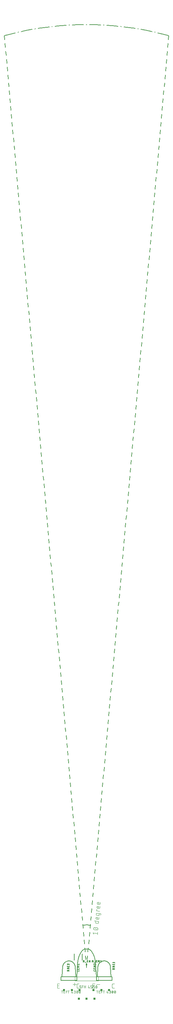
<source format=gbr>
G04 EAGLE Gerber X2 export*
G04 #@! %TF.Part,Single*
G04 #@! %TF.FileFunction,Legend,Top,1*
G04 #@! %TF.FilePolarity,Positive*
G04 #@! %TF.GenerationSoftware,Autodesk,EAGLE,8.6.0*
G04 #@! %TF.CreationDate,2018-03-03T07:28:53Z*
G75*
%MOMM*%
%FSLAX34Y34*%
%LPD*%
%AMOC8*
5,1,8,0,0,1.08239X$1,22.5*%
G01*
%ADD10C,0.127000*%
%ADD11R,0.508000X0.508000*%
%ADD12C,0.101600*%
%ADD13C,0.050800*%
%ADD14C,0.152400*%
%ADD15C,0.100000*%


D10*
X420951Y416335D02*
X420951Y415262D01*
X420949Y415197D01*
X420943Y415133D01*
X420933Y415069D01*
X420920Y415005D01*
X420902Y414943D01*
X420881Y414882D01*
X420857Y414822D01*
X420828Y414764D01*
X420796Y414707D01*
X420761Y414653D01*
X420723Y414601D01*
X420681Y414551D01*
X420637Y414504D01*
X420590Y414460D01*
X420540Y414418D01*
X420488Y414380D01*
X420434Y414345D01*
X420377Y414313D01*
X420319Y414284D01*
X420259Y414260D01*
X420198Y414239D01*
X420136Y414221D01*
X420072Y414208D01*
X420008Y414198D01*
X419944Y414192D01*
X419879Y414190D01*
X417197Y414190D01*
X417197Y414189D02*
X417132Y414191D01*
X417068Y414197D01*
X417004Y414207D01*
X416940Y414220D01*
X416878Y414238D01*
X416817Y414259D01*
X416757Y414284D01*
X416698Y414312D01*
X416642Y414344D01*
X416587Y414379D01*
X416535Y414417D01*
X416485Y414459D01*
X416438Y414503D01*
X416394Y414550D01*
X416352Y414600D01*
X416314Y414652D01*
X416279Y414707D01*
X416247Y414763D01*
X416219Y414822D01*
X416194Y414881D01*
X416173Y414943D01*
X416155Y415005D01*
X416142Y415069D01*
X416132Y415133D01*
X416126Y415197D01*
X416124Y415262D01*
X416125Y415262D02*
X416125Y416335D01*
X420951Y418993D02*
X420951Y421138D01*
X420951Y418993D02*
X416125Y418993D01*
X416125Y421138D01*
X418270Y420602D02*
X418270Y418993D01*
X416125Y423826D02*
X420951Y423826D01*
X418806Y425435D02*
X416125Y423826D01*
X418806Y425435D02*
X416125Y427043D01*
X420951Y427043D01*
X417197Y430129D02*
X416125Y431470D01*
X420951Y431470D01*
X420951Y432810D02*
X420951Y430129D01*
X463275Y416935D02*
X463275Y415862D01*
X463273Y415797D01*
X463267Y415733D01*
X463257Y415669D01*
X463244Y415605D01*
X463226Y415543D01*
X463205Y415482D01*
X463181Y415422D01*
X463152Y415364D01*
X463120Y415307D01*
X463085Y415253D01*
X463047Y415201D01*
X463005Y415151D01*
X462961Y415104D01*
X462914Y415060D01*
X462864Y415018D01*
X462812Y414980D01*
X462758Y414945D01*
X462701Y414913D01*
X462643Y414884D01*
X462583Y414860D01*
X462522Y414839D01*
X462460Y414821D01*
X462396Y414808D01*
X462332Y414798D01*
X462268Y414792D01*
X462203Y414790D01*
X459521Y414790D01*
X459521Y414789D02*
X459456Y414791D01*
X459392Y414797D01*
X459328Y414807D01*
X459264Y414820D01*
X459202Y414838D01*
X459141Y414859D01*
X459081Y414884D01*
X459022Y414912D01*
X458966Y414944D01*
X458911Y414979D01*
X458859Y415017D01*
X458809Y415059D01*
X458762Y415103D01*
X458718Y415150D01*
X458676Y415200D01*
X458638Y415252D01*
X458603Y415307D01*
X458571Y415363D01*
X458543Y415422D01*
X458518Y415481D01*
X458497Y415543D01*
X458479Y415605D01*
X458466Y415669D01*
X458456Y415733D01*
X458450Y415797D01*
X458448Y415862D01*
X458449Y415862D02*
X458449Y416935D01*
X463275Y419593D02*
X463275Y421738D01*
X463275Y419593D02*
X458449Y419593D01*
X458449Y421738D01*
X460594Y421202D02*
X460594Y419593D01*
X458449Y424426D02*
X463275Y424426D01*
X461130Y426035D02*
X458449Y424426D01*
X461130Y426035D02*
X458449Y427643D01*
X463275Y427643D01*
X458449Y432204D02*
X458451Y432272D01*
X458457Y432339D01*
X458466Y432406D01*
X458479Y432473D01*
X458496Y432538D01*
X458517Y432603D01*
X458541Y432666D01*
X458569Y432728D01*
X458600Y432788D01*
X458634Y432846D01*
X458672Y432902D01*
X458712Y432957D01*
X458756Y433008D01*
X458803Y433057D01*
X458852Y433104D01*
X458903Y433148D01*
X458958Y433188D01*
X459014Y433226D01*
X459072Y433260D01*
X459132Y433291D01*
X459194Y433319D01*
X459257Y433343D01*
X459322Y433364D01*
X459387Y433381D01*
X459454Y433394D01*
X459521Y433403D01*
X459588Y433409D01*
X459656Y433411D01*
X458449Y432204D02*
X458451Y432126D01*
X458457Y432048D01*
X458467Y431971D01*
X458480Y431894D01*
X458498Y431818D01*
X458519Y431743D01*
X458544Y431669D01*
X458573Y431597D01*
X458605Y431526D01*
X458641Y431457D01*
X458680Y431389D01*
X458723Y431324D01*
X458769Y431261D01*
X458818Y431200D01*
X458870Y431142D01*
X458925Y431087D01*
X458982Y431034D01*
X459042Y430985D01*
X459105Y430938D01*
X459170Y430895D01*
X459236Y430855D01*
X459305Y430818D01*
X459376Y430785D01*
X459448Y430755D01*
X459522Y430729D01*
X460594Y433008D02*
X460545Y433057D01*
X460493Y433104D01*
X460438Y433147D01*
X460381Y433188D01*
X460322Y433226D01*
X460261Y433260D01*
X460198Y433291D01*
X460134Y433319D01*
X460068Y433343D01*
X460002Y433363D01*
X459934Y433380D01*
X459865Y433393D01*
X459796Y433402D01*
X459726Y433408D01*
X459656Y433410D01*
X460594Y433008D02*
X463275Y430729D01*
X463275Y433410D01*
D11*
X457700Y366000D03*
X477700Y366000D03*
X497700Y366000D03*
X422500Y366100D03*
X402500Y366100D03*
X382500Y366100D03*
D10*
X465000Y390400D02*
X505000Y390400D01*
X505000Y400400D01*
X502500Y400400D01*
X467500Y400400D01*
X465000Y400400D01*
X465000Y390400D01*
X467500Y400400D02*
X469064Y425424D01*
X469093Y425811D01*
X469131Y426198D01*
X469179Y426584D01*
X469236Y426968D01*
X469303Y427351D01*
X469378Y427732D01*
X469463Y428111D01*
X469558Y428488D01*
X469661Y428862D01*
X469773Y429234D01*
X469895Y429603D01*
X470025Y429969D01*
X470164Y430332D01*
X470312Y430691D01*
X470469Y431046D01*
X470634Y431398D01*
X470808Y431746D01*
X470990Y432089D01*
X471180Y432427D01*
X471379Y432761D01*
X471586Y433090D01*
X471800Y433414D01*
X472023Y433732D01*
X472253Y434045D01*
X472491Y434353D01*
X472736Y434654D01*
X472988Y434949D01*
X473248Y435239D01*
X473514Y435521D01*
X473787Y435798D01*
X474067Y436067D01*
X474353Y436330D01*
X474646Y436585D01*
X474945Y436834D01*
X475249Y437075D01*
X475560Y437308D01*
X475876Y437534D01*
X476197Y437752D01*
X476524Y437962D01*
X476856Y438165D01*
X477192Y438359D01*
X477533Y438545D01*
X477879Y438722D01*
X478229Y438891D01*
X478583Y439052D01*
X478940Y439204D01*
X479301Y439347D01*
X479666Y439481D01*
X480034Y439607D01*
X480404Y439723D01*
X480778Y439830D01*
X481153Y439929D01*
X481532Y440018D01*
X481912Y440098D01*
X482294Y440168D01*
X482677Y440229D01*
X483062Y440281D01*
X483449Y440324D01*
X483836Y440357D01*
X484223Y440381D01*
X484612Y440395D01*
X485000Y440400D01*
X500936Y425424D02*
X502500Y400400D01*
X500936Y425424D02*
X500907Y425811D01*
X500869Y426198D01*
X500821Y426584D01*
X500764Y426968D01*
X500697Y427351D01*
X500622Y427732D01*
X500537Y428111D01*
X500442Y428488D01*
X500339Y428862D01*
X500227Y429234D01*
X500105Y429603D01*
X499975Y429969D01*
X499836Y430332D01*
X499688Y430691D01*
X499531Y431046D01*
X499366Y431398D01*
X499192Y431746D01*
X499010Y432089D01*
X498820Y432427D01*
X498621Y432761D01*
X498414Y433090D01*
X498200Y433414D01*
X497977Y433732D01*
X497747Y434045D01*
X497509Y434353D01*
X497264Y434654D01*
X497012Y434949D01*
X496752Y435239D01*
X496486Y435521D01*
X496213Y435798D01*
X495933Y436067D01*
X495647Y436330D01*
X495354Y436585D01*
X495055Y436834D01*
X494751Y437075D01*
X494440Y437308D01*
X494124Y437534D01*
X493803Y437752D01*
X493476Y437962D01*
X493144Y438165D01*
X492808Y438359D01*
X492467Y438545D01*
X492121Y438722D01*
X491771Y438891D01*
X491417Y439052D01*
X491060Y439204D01*
X490699Y439347D01*
X490334Y439481D01*
X489966Y439607D01*
X489596Y439723D01*
X489222Y439830D01*
X488847Y439929D01*
X488468Y440018D01*
X488088Y440098D01*
X487706Y440168D01*
X487323Y440229D01*
X486938Y440281D01*
X486551Y440324D01*
X486164Y440357D01*
X485777Y440381D01*
X485388Y440395D01*
X485000Y440400D01*
D12*
X460701Y370908D02*
X455508Y370908D01*
X455508Y382592D01*
X460701Y382592D01*
X459403Y377399D02*
X455508Y377399D01*
X508104Y370908D02*
X510701Y370908D01*
X508104Y370908D02*
X508005Y370910D01*
X507905Y370916D01*
X507806Y370925D01*
X507708Y370938D01*
X507610Y370955D01*
X507512Y370976D01*
X507416Y371001D01*
X507321Y371029D01*
X507227Y371061D01*
X507134Y371096D01*
X507042Y371135D01*
X506952Y371178D01*
X506864Y371223D01*
X506777Y371273D01*
X506693Y371325D01*
X506610Y371381D01*
X506530Y371439D01*
X506452Y371501D01*
X506377Y371566D01*
X506304Y371634D01*
X506234Y371704D01*
X506166Y371777D01*
X506101Y371852D01*
X506039Y371930D01*
X505981Y372010D01*
X505925Y372093D01*
X505873Y372177D01*
X505823Y372264D01*
X505778Y372352D01*
X505735Y372442D01*
X505696Y372534D01*
X505661Y372627D01*
X505629Y372721D01*
X505601Y372816D01*
X505576Y372912D01*
X505555Y373010D01*
X505538Y373108D01*
X505525Y373206D01*
X505516Y373305D01*
X505510Y373405D01*
X505508Y373504D01*
X505508Y379996D01*
X505510Y380095D01*
X505516Y380195D01*
X505525Y380294D01*
X505538Y380392D01*
X505555Y380490D01*
X505576Y380588D01*
X505601Y380684D01*
X505629Y380779D01*
X505661Y380873D01*
X505696Y380966D01*
X505735Y381058D01*
X505778Y381148D01*
X505823Y381236D01*
X505873Y381323D01*
X505925Y381407D01*
X505981Y381490D01*
X506039Y381570D01*
X506101Y381648D01*
X506166Y381723D01*
X506234Y381796D01*
X506304Y381866D01*
X506377Y381934D01*
X506452Y381999D01*
X506530Y382061D01*
X506610Y382119D01*
X506693Y382175D01*
X506777Y382227D01*
X506864Y382277D01*
X506952Y382322D01*
X507042Y382365D01*
X507134Y382404D01*
X507226Y382439D01*
X507321Y382471D01*
X507416Y382499D01*
X507512Y382524D01*
X507610Y382545D01*
X507708Y382562D01*
X507806Y382575D01*
X507905Y382584D01*
X508005Y382590D01*
X508104Y382592D01*
X510701Y382592D01*
D13*
X467106Y364868D02*
X467106Y358264D01*
X468940Y364868D02*
X465271Y364868D01*
X471471Y358264D02*
X474406Y358264D01*
X471471Y358264D02*
X471471Y364868D01*
X474406Y364868D01*
X473672Y361933D02*
X471471Y361933D01*
X477018Y364868D02*
X477018Y358264D01*
X477018Y364868D02*
X479953Y364868D01*
X479953Y361933D02*
X477018Y361933D01*
X483748Y364868D02*
X483748Y358264D01*
X485582Y364868D02*
X481913Y364868D01*
X491301Y359732D02*
X492768Y364868D01*
X491301Y359732D02*
X494970Y359732D01*
X493869Y361199D02*
X493869Y358264D01*
X497702Y358264D02*
X499536Y358264D01*
X499621Y358266D01*
X499705Y358272D01*
X499789Y358282D01*
X499873Y358295D01*
X499956Y358313D01*
X500038Y358334D01*
X500119Y358359D01*
X500199Y358388D01*
X500277Y358420D01*
X500353Y358456D01*
X500428Y358496D01*
X500501Y358539D01*
X500572Y358585D01*
X500641Y358634D01*
X500708Y358687D01*
X500772Y358743D01*
X500833Y358801D01*
X500891Y358862D01*
X500947Y358926D01*
X501000Y358993D01*
X501049Y359062D01*
X501095Y359133D01*
X501138Y359206D01*
X501178Y359281D01*
X501214Y359357D01*
X501246Y359435D01*
X501275Y359515D01*
X501300Y359596D01*
X501321Y359678D01*
X501339Y359761D01*
X501352Y359845D01*
X501362Y359929D01*
X501368Y360013D01*
X501370Y360098D01*
X501368Y360183D01*
X501362Y360267D01*
X501352Y360351D01*
X501339Y360435D01*
X501321Y360518D01*
X501300Y360600D01*
X501275Y360681D01*
X501246Y360761D01*
X501214Y360839D01*
X501178Y360915D01*
X501138Y360990D01*
X501095Y361063D01*
X501049Y361134D01*
X501000Y361203D01*
X500947Y361270D01*
X500891Y361334D01*
X500833Y361395D01*
X500772Y361453D01*
X500708Y361509D01*
X500641Y361562D01*
X500572Y361611D01*
X500501Y361657D01*
X500428Y361700D01*
X500353Y361740D01*
X500277Y361776D01*
X500199Y361808D01*
X500119Y361837D01*
X500038Y361862D01*
X499956Y361883D01*
X499873Y361901D01*
X499789Y361914D01*
X499705Y361924D01*
X499621Y361930D01*
X499536Y361932D01*
X499903Y364868D02*
X497702Y364868D01*
X499903Y364868D02*
X499979Y364866D01*
X500054Y364860D01*
X500129Y364851D01*
X500203Y364837D01*
X500277Y364820D01*
X500349Y364798D01*
X500421Y364774D01*
X500491Y364745D01*
X500559Y364713D01*
X500626Y364678D01*
X500691Y364639D01*
X500754Y364596D01*
X500814Y364551D01*
X500872Y364503D01*
X500928Y364451D01*
X500980Y364397D01*
X501030Y364340D01*
X501077Y364281D01*
X501121Y364220D01*
X501162Y364156D01*
X501199Y364090D01*
X501233Y364022D01*
X501263Y363953D01*
X501290Y363882D01*
X501313Y363810D01*
X501332Y363737D01*
X501347Y363663D01*
X501359Y363588D01*
X501367Y363513D01*
X501371Y363438D01*
X501371Y363362D01*
X501367Y363287D01*
X501359Y363212D01*
X501347Y363137D01*
X501332Y363063D01*
X501313Y362990D01*
X501290Y362918D01*
X501263Y362847D01*
X501233Y362778D01*
X501199Y362710D01*
X501162Y362644D01*
X501121Y362580D01*
X501077Y362519D01*
X501030Y362460D01*
X500980Y362403D01*
X500928Y362349D01*
X500872Y362297D01*
X500814Y362249D01*
X500754Y362204D01*
X500691Y362161D01*
X500626Y362122D01*
X500559Y362087D01*
X500491Y362055D01*
X500421Y362026D01*
X500349Y362002D01*
X500277Y361980D01*
X500203Y361963D01*
X500129Y361949D01*
X500054Y361940D01*
X499979Y361934D01*
X499903Y361932D01*
X499903Y361933D02*
X498435Y361933D01*
X504103Y361566D02*
X504105Y361711D01*
X504111Y361856D01*
X504120Y362001D01*
X504134Y362146D01*
X504151Y362290D01*
X504173Y362433D01*
X504198Y362577D01*
X504227Y362719D01*
X504259Y362860D01*
X504296Y363001D01*
X504336Y363140D01*
X504380Y363279D01*
X504427Y363416D01*
X504478Y363552D01*
X504533Y363686D01*
X504591Y363819D01*
X504653Y363951D01*
X504652Y363951D02*
X504678Y364020D01*
X504707Y364087D01*
X504740Y364153D01*
X504776Y364216D01*
X504816Y364278D01*
X504859Y364337D01*
X504905Y364394D01*
X504954Y364448D01*
X505006Y364500D01*
X505061Y364549D01*
X505118Y364594D01*
X505178Y364637D01*
X505240Y364676D01*
X505303Y364712D01*
X505369Y364745D01*
X505436Y364773D01*
X505505Y364799D01*
X505575Y364820D01*
X505646Y364838D01*
X505718Y364851D01*
X505791Y364861D01*
X505864Y364867D01*
X505937Y364869D01*
X505937Y364868D02*
X506010Y364866D01*
X506083Y364860D01*
X506156Y364850D01*
X506228Y364837D01*
X506299Y364819D01*
X506369Y364798D01*
X506437Y364772D01*
X506505Y364744D01*
X506570Y364711D01*
X506634Y364675D01*
X506696Y364636D01*
X506755Y364594D01*
X506812Y364548D01*
X506867Y364499D01*
X506919Y364448D01*
X506968Y364393D01*
X507014Y364336D01*
X507057Y364277D01*
X507097Y364216D01*
X507133Y364152D01*
X507166Y364087D01*
X507195Y364020D01*
X507221Y363951D01*
X507283Y363819D01*
X507341Y363686D01*
X507396Y363552D01*
X507447Y363416D01*
X507494Y363279D01*
X507538Y363140D01*
X507578Y363001D01*
X507615Y362860D01*
X507647Y362719D01*
X507676Y362577D01*
X507701Y362434D01*
X507723Y362290D01*
X507740Y362146D01*
X507754Y362001D01*
X507763Y361856D01*
X507769Y361711D01*
X507771Y361566D01*
X504103Y361566D02*
X504105Y361421D01*
X504111Y361276D01*
X504120Y361131D01*
X504134Y360986D01*
X504151Y360842D01*
X504173Y360699D01*
X504198Y360556D01*
X504226Y360413D01*
X504259Y360272D01*
X504296Y360131D01*
X504336Y359992D01*
X504380Y359853D01*
X504427Y359716D01*
X504478Y359580D01*
X504533Y359446D01*
X504591Y359313D01*
X504653Y359181D01*
X504652Y359182D02*
X504678Y359113D01*
X504707Y359046D01*
X504740Y358980D01*
X504776Y358917D01*
X504816Y358855D01*
X504859Y358796D01*
X504905Y358739D01*
X504954Y358685D01*
X505006Y358633D01*
X505061Y358584D01*
X505118Y358539D01*
X505178Y358496D01*
X505240Y358457D01*
X505303Y358421D01*
X505369Y358388D01*
X505436Y358360D01*
X505505Y358334D01*
X505575Y358313D01*
X505646Y358295D01*
X505718Y358282D01*
X505791Y358272D01*
X505864Y358266D01*
X505937Y358264D01*
X507221Y359181D02*
X507283Y359313D01*
X507341Y359446D01*
X507396Y359580D01*
X507447Y359716D01*
X507494Y359853D01*
X507538Y359992D01*
X507578Y360131D01*
X507615Y360272D01*
X507647Y360413D01*
X507676Y360555D01*
X507701Y360698D01*
X507723Y360842D01*
X507740Y360986D01*
X507754Y361131D01*
X507763Y361276D01*
X507769Y361421D01*
X507771Y361566D01*
X507221Y359181D02*
X507195Y359112D01*
X507166Y359045D01*
X507133Y358980D01*
X507097Y358916D01*
X507057Y358855D01*
X507014Y358796D01*
X506968Y358739D01*
X506919Y358684D01*
X506867Y358633D01*
X506812Y358584D01*
X506755Y358538D01*
X506696Y358496D01*
X506634Y358457D01*
X506570Y358421D01*
X506505Y358388D01*
X506437Y358360D01*
X506369Y358334D01*
X506299Y358313D01*
X506227Y358295D01*
X506156Y358282D01*
X506083Y358272D01*
X506010Y358266D01*
X505937Y358264D01*
X504469Y359732D02*
X507404Y363400D01*
X510503Y361566D02*
X510505Y361711D01*
X510511Y361856D01*
X510520Y362001D01*
X510534Y362146D01*
X510551Y362290D01*
X510573Y362433D01*
X510598Y362577D01*
X510627Y362719D01*
X510659Y362860D01*
X510696Y363001D01*
X510736Y363140D01*
X510780Y363279D01*
X510827Y363416D01*
X510878Y363552D01*
X510933Y363686D01*
X510991Y363819D01*
X511053Y363951D01*
X511079Y364020D01*
X511108Y364087D01*
X511141Y364153D01*
X511177Y364216D01*
X511217Y364278D01*
X511260Y364337D01*
X511306Y364394D01*
X511355Y364448D01*
X511407Y364500D01*
X511462Y364549D01*
X511519Y364594D01*
X511579Y364637D01*
X511641Y364676D01*
X511704Y364712D01*
X511770Y364745D01*
X511837Y364773D01*
X511906Y364799D01*
X511976Y364820D01*
X512047Y364838D01*
X512119Y364851D01*
X512192Y364861D01*
X512265Y364867D01*
X512338Y364869D01*
X512338Y364868D02*
X512411Y364866D01*
X512484Y364860D01*
X512557Y364850D01*
X512629Y364837D01*
X512700Y364819D01*
X512770Y364798D01*
X512838Y364772D01*
X512906Y364744D01*
X512971Y364711D01*
X513035Y364675D01*
X513097Y364636D01*
X513156Y364594D01*
X513213Y364548D01*
X513268Y364499D01*
X513320Y364448D01*
X513369Y364393D01*
X513415Y364336D01*
X513458Y364277D01*
X513498Y364216D01*
X513534Y364152D01*
X513567Y364087D01*
X513596Y364020D01*
X513622Y363951D01*
X513684Y363819D01*
X513742Y363686D01*
X513797Y363552D01*
X513848Y363416D01*
X513895Y363279D01*
X513939Y363140D01*
X513979Y363001D01*
X514016Y362860D01*
X514048Y362719D01*
X514077Y362577D01*
X514102Y362434D01*
X514124Y362290D01*
X514141Y362146D01*
X514155Y362001D01*
X514164Y361856D01*
X514170Y361711D01*
X514172Y361566D01*
X510504Y361566D02*
X510506Y361421D01*
X510512Y361276D01*
X510521Y361131D01*
X510535Y360986D01*
X510552Y360842D01*
X510574Y360699D01*
X510599Y360556D01*
X510627Y360413D01*
X510660Y360272D01*
X510697Y360131D01*
X510737Y359992D01*
X510781Y359853D01*
X510828Y359716D01*
X510879Y359580D01*
X510934Y359446D01*
X510992Y359313D01*
X511054Y359181D01*
X511053Y359182D02*
X511079Y359113D01*
X511108Y359046D01*
X511141Y358980D01*
X511177Y358917D01*
X511217Y358855D01*
X511260Y358796D01*
X511306Y358739D01*
X511355Y358685D01*
X511407Y358633D01*
X511462Y358584D01*
X511519Y358539D01*
X511579Y358496D01*
X511641Y358457D01*
X511704Y358421D01*
X511770Y358388D01*
X511837Y358360D01*
X511906Y358334D01*
X511976Y358313D01*
X512047Y358295D01*
X512119Y358282D01*
X512192Y358272D01*
X512265Y358266D01*
X512338Y358264D01*
X513622Y359181D02*
X513684Y359313D01*
X513742Y359446D01*
X513797Y359580D01*
X513848Y359716D01*
X513895Y359853D01*
X513939Y359992D01*
X513979Y360131D01*
X514016Y360272D01*
X514048Y360413D01*
X514077Y360555D01*
X514102Y360698D01*
X514124Y360842D01*
X514141Y360986D01*
X514155Y361131D01*
X514164Y361276D01*
X514170Y361421D01*
X514172Y361566D01*
X513622Y359181D02*
X513596Y359112D01*
X513567Y359045D01*
X513534Y358980D01*
X513498Y358916D01*
X513458Y358855D01*
X513415Y358796D01*
X513369Y358739D01*
X513320Y358684D01*
X513268Y358633D01*
X513213Y358584D01*
X513156Y358538D01*
X513097Y358496D01*
X513035Y358457D01*
X512971Y358421D01*
X512906Y358388D01*
X512838Y358360D01*
X512770Y358334D01*
X512700Y358313D01*
X512628Y358295D01*
X512557Y358282D01*
X512484Y358272D01*
X512411Y358266D01*
X512338Y358264D01*
X510870Y359732D02*
X513805Y363400D01*
D10*
X415000Y390400D02*
X375000Y390400D01*
X415000Y390400D02*
X415000Y400400D01*
X412500Y400400D01*
X377500Y400400D01*
X375000Y400400D01*
X375000Y390400D01*
X377500Y400400D02*
X379064Y425424D01*
X379093Y425811D01*
X379131Y426198D01*
X379179Y426584D01*
X379236Y426968D01*
X379303Y427351D01*
X379378Y427732D01*
X379463Y428111D01*
X379558Y428488D01*
X379661Y428862D01*
X379773Y429234D01*
X379895Y429603D01*
X380025Y429969D01*
X380164Y430332D01*
X380312Y430691D01*
X380469Y431046D01*
X380634Y431398D01*
X380808Y431746D01*
X380990Y432089D01*
X381180Y432427D01*
X381379Y432761D01*
X381586Y433090D01*
X381800Y433414D01*
X382023Y433732D01*
X382253Y434045D01*
X382491Y434353D01*
X382736Y434654D01*
X382988Y434949D01*
X383248Y435239D01*
X383514Y435521D01*
X383787Y435798D01*
X384067Y436067D01*
X384353Y436330D01*
X384646Y436585D01*
X384945Y436834D01*
X385249Y437075D01*
X385560Y437308D01*
X385876Y437534D01*
X386197Y437752D01*
X386524Y437962D01*
X386856Y438165D01*
X387192Y438359D01*
X387533Y438545D01*
X387879Y438722D01*
X388229Y438891D01*
X388583Y439052D01*
X388940Y439204D01*
X389301Y439347D01*
X389666Y439481D01*
X390034Y439607D01*
X390404Y439723D01*
X390778Y439830D01*
X391153Y439929D01*
X391532Y440018D01*
X391912Y440098D01*
X392294Y440168D01*
X392677Y440229D01*
X393062Y440281D01*
X393449Y440324D01*
X393836Y440357D01*
X394223Y440381D01*
X394612Y440395D01*
X395000Y440400D01*
X410936Y425424D02*
X412500Y400400D01*
X410936Y425424D02*
X410907Y425811D01*
X410869Y426198D01*
X410821Y426584D01*
X410764Y426968D01*
X410697Y427351D01*
X410622Y427732D01*
X410537Y428111D01*
X410442Y428488D01*
X410339Y428862D01*
X410227Y429234D01*
X410105Y429603D01*
X409975Y429969D01*
X409836Y430332D01*
X409688Y430691D01*
X409531Y431046D01*
X409366Y431398D01*
X409192Y431746D01*
X409010Y432089D01*
X408820Y432427D01*
X408621Y432761D01*
X408414Y433090D01*
X408200Y433414D01*
X407977Y433732D01*
X407747Y434045D01*
X407509Y434353D01*
X407264Y434654D01*
X407012Y434949D01*
X406752Y435239D01*
X406486Y435521D01*
X406213Y435798D01*
X405933Y436067D01*
X405647Y436330D01*
X405354Y436585D01*
X405055Y436834D01*
X404751Y437075D01*
X404440Y437308D01*
X404124Y437534D01*
X403803Y437752D01*
X403476Y437962D01*
X403144Y438165D01*
X402808Y438359D01*
X402467Y438545D01*
X402121Y438722D01*
X401771Y438891D01*
X401417Y439052D01*
X401060Y439204D01*
X400699Y439347D01*
X400334Y439481D01*
X399966Y439607D01*
X399596Y439723D01*
X399222Y439830D01*
X398847Y439929D01*
X398468Y440018D01*
X398088Y440098D01*
X397706Y440168D01*
X397323Y440229D01*
X396938Y440281D01*
X396551Y440324D01*
X396164Y440357D01*
X395777Y440381D01*
X395388Y440395D01*
X395000Y440400D01*
D12*
X370701Y370908D02*
X365508Y370908D01*
X365508Y382592D01*
X370701Y382592D01*
X369403Y377399D02*
X365508Y377399D01*
X418104Y370908D02*
X420701Y370908D01*
X418104Y370908D02*
X418005Y370910D01*
X417905Y370916D01*
X417806Y370925D01*
X417708Y370938D01*
X417610Y370955D01*
X417512Y370976D01*
X417416Y371001D01*
X417321Y371029D01*
X417227Y371061D01*
X417134Y371096D01*
X417042Y371135D01*
X416952Y371178D01*
X416864Y371223D01*
X416777Y371273D01*
X416693Y371325D01*
X416610Y371381D01*
X416530Y371439D01*
X416452Y371501D01*
X416377Y371566D01*
X416304Y371634D01*
X416234Y371704D01*
X416166Y371777D01*
X416101Y371852D01*
X416039Y371930D01*
X415981Y372010D01*
X415925Y372093D01*
X415873Y372177D01*
X415823Y372264D01*
X415778Y372352D01*
X415735Y372442D01*
X415696Y372534D01*
X415661Y372627D01*
X415629Y372721D01*
X415601Y372816D01*
X415576Y372912D01*
X415555Y373010D01*
X415538Y373108D01*
X415525Y373206D01*
X415516Y373305D01*
X415510Y373405D01*
X415508Y373504D01*
X415508Y379996D01*
X415510Y380095D01*
X415516Y380195D01*
X415525Y380294D01*
X415538Y380392D01*
X415555Y380490D01*
X415576Y380588D01*
X415601Y380684D01*
X415629Y380779D01*
X415661Y380873D01*
X415696Y380966D01*
X415735Y381058D01*
X415778Y381148D01*
X415823Y381236D01*
X415873Y381323D01*
X415925Y381407D01*
X415981Y381490D01*
X416039Y381570D01*
X416101Y381648D01*
X416166Y381723D01*
X416234Y381796D01*
X416304Y381866D01*
X416377Y381934D01*
X416452Y381999D01*
X416530Y382061D01*
X416610Y382119D01*
X416693Y382175D01*
X416777Y382227D01*
X416864Y382277D01*
X416952Y382322D01*
X417042Y382365D01*
X417134Y382404D01*
X417226Y382439D01*
X417321Y382471D01*
X417416Y382499D01*
X417512Y382524D01*
X417610Y382545D01*
X417708Y382562D01*
X417806Y382575D01*
X417905Y382584D01*
X418005Y382590D01*
X418104Y382592D01*
X420701Y382592D01*
D13*
X377106Y364868D02*
X377106Y358264D01*
X378940Y364868D02*
X375271Y364868D01*
X381471Y358264D02*
X384406Y358264D01*
X381471Y358264D02*
X381471Y364868D01*
X384406Y364868D01*
X383672Y361933D02*
X381471Y361933D01*
X387018Y364868D02*
X387018Y358264D01*
X387018Y364868D02*
X389953Y364868D01*
X389953Y361933D02*
X387018Y361933D01*
X393748Y364868D02*
X393748Y358264D01*
X395582Y364868D02*
X391913Y364868D01*
X401301Y359732D02*
X402768Y364868D01*
X401301Y359732D02*
X404970Y359732D01*
X403869Y361199D02*
X403869Y358264D01*
X407702Y358264D02*
X409536Y358264D01*
X409621Y358266D01*
X409705Y358272D01*
X409789Y358282D01*
X409873Y358295D01*
X409956Y358313D01*
X410038Y358334D01*
X410119Y358359D01*
X410199Y358388D01*
X410277Y358420D01*
X410353Y358456D01*
X410428Y358496D01*
X410501Y358539D01*
X410572Y358585D01*
X410641Y358634D01*
X410708Y358687D01*
X410772Y358743D01*
X410833Y358801D01*
X410891Y358862D01*
X410947Y358926D01*
X411000Y358993D01*
X411049Y359062D01*
X411095Y359133D01*
X411138Y359206D01*
X411178Y359281D01*
X411214Y359357D01*
X411246Y359435D01*
X411275Y359515D01*
X411300Y359596D01*
X411321Y359678D01*
X411339Y359761D01*
X411352Y359845D01*
X411362Y359929D01*
X411368Y360013D01*
X411370Y360098D01*
X411368Y360183D01*
X411362Y360267D01*
X411352Y360351D01*
X411339Y360435D01*
X411321Y360518D01*
X411300Y360600D01*
X411275Y360681D01*
X411246Y360761D01*
X411214Y360839D01*
X411178Y360915D01*
X411138Y360990D01*
X411095Y361063D01*
X411049Y361134D01*
X411000Y361203D01*
X410947Y361270D01*
X410891Y361334D01*
X410833Y361395D01*
X410772Y361453D01*
X410708Y361509D01*
X410641Y361562D01*
X410572Y361611D01*
X410501Y361657D01*
X410428Y361700D01*
X410353Y361740D01*
X410277Y361776D01*
X410199Y361808D01*
X410119Y361837D01*
X410038Y361862D01*
X409956Y361883D01*
X409873Y361901D01*
X409789Y361914D01*
X409705Y361924D01*
X409621Y361930D01*
X409536Y361932D01*
X409903Y364868D02*
X407702Y364868D01*
X409903Y364868D02*
X409979Y364866D01*
X410054Y364860D01*
X410129Y364851D01*
X410203Y364837D01*
X410277Y364820D01*
X410349Y364798D01*
X410421Y364774D01*
X410491Y364745D01*
X410559Y364713D01*
X410626Y364678D01*
X410691Y364639D01*
X410754Y364596D01*
X410814Y364551D01*
X410872Y364503D01*
X410928Y364451D01*
X410980Y364397D01*
X411030Y364340D01*
X411077Y364281D01*
X411121Y364220D01*
X411162Y364156D01*
X411199Y364090D01*
X411233Y364022D01*
X411263Y363953D01*
X411290Y363882D01*
X411313Y363810D01*
X411332Y363737D01*
X411347Y363663D01*
X411359Y363588D01*
X411367Y363513D01*
X411371Y363438D01*
X411371Y363362D01*
X411367Y363287D01*
X411359Y363212D01*
X411347Y363137D01*
X411332Y363063D01*
X411313Y362990D01*
X411290Y362918D01*
X411263Y362847D01*
X411233Y362778D01*
X411199Y362710D01*
X411162Y362644D01*
X411121Y362580D01*
X411077Y362519D01*
X411030Y362460D01*
X410980Y362403D01*
X410928Y362349D01*
X410872Y362297D01*
X410814Y362249D01*
X410754Y362204D01*
X410691Y362161D01*
X410626Y362122D01*
X410559Y362087D01*
X410491Y362055D01*
X410421Y362026D01*
X410349Y362002D01*
X410277Y361980D01*
X410203Y361963D01*
X410129Y361949D01*
X410054Y361940D01*
X409979Y361934D01*
X409903Y361932D01*
X409903Y361933D02*
X408435Y361933D01*
X414103Y361566D02*
X414105Y361711D01*
X414111Y361856D01*
X414120Y362001D01*
X414134Y362146D01*
X414151Y362290D01*
X414173Y362433D01*
X414198Y362577D01*
X414227Y362719D01*
X414259Y362860D01*
X414296Y363001D01*
X414336Y363140D01*
X414380Y363279D01*
X414427Y363416D01*
X414478Y363552D01*
X414533Y363686D01*
X414591Y363819D01*
X414653Y363951D01*
X414652Y363951D02*
X414678Y364020D01*
X414707Y364087D01*
X414740Y364153D01*
X414776Y364216D01*
X414816Y364278D01*
X414859Y364337D01*
X414905Y364394D01*
X414954Y364448D01*
X415006Y364500D01*
X415061Y364549D01*
X415118Y364594D01*
X415178Y364637D01*
X415240Y364676D01*
X415303Y364712D01*
X415369Y364745D01*
X415436Y364773D01*
X415505Y364799D01*
X415575Y364820D01*
X415646Y364838D01*
X415718Y364851D01*
X415791Y364861D01*
X415864Y364867D01*
X415937Y364869D01*
X415937Y364868D02*
X416010Y364866D01*
X416083Y364860D01*
X416156Y364850D01*
X416228Y364837D01*
X416299Y364819D01*
X416369Y364798D01*
X416437Y364772D01*
X416505Y364744D01*
X416570Y364711D01*
X416634Y364675D01*
X416696Y364636D01*
X416755Y364594D01*
X416812Y364548D01*
X416867Y364499D01*
X416919Y364448D01*
X416968Y364393D01*
X417014Y364336D01*
X417057Y364277D01*
X417097Y364216D01*
X417133Y364152D01*
X417166Y364087D01*
X417195Y364020D01*
X417221Y363951D01*
X417283Y363819D01*
X417341Y363686D01*
X417396Y363552D01*
X417447Y363416D01*
X417494Y363279D01*
X417538Y363140D01*
X417578Y363001D01*
X417615Y362860D01*
X417647Y362719D01*
X417676Y362577D01*
X417701Y362434D01*
X417723Y362290D01*
X417740Y362146D01*
X417754Y362001D01*
X417763Y361856D01*
X417769Y361711D01*
X417771Y361566D01*
X414103Y361566D02*
X414105Y361421D01*
X414111Y361276D01*
X414120Y361131D01*
X414134Y360986D01*
X414151Y360842D01*
X414173Y360699D01*
X414198Y360556D01*
X414226Y360413D01*
X414259Y360272D01*
X414296Y360131D01*
X414336Y359992D01*
X414380Y359853D01*
X414427Y359716D01*
X414478Y359580D01*
X414533Y359446D01*
X414591Y359313D01*
X414653Y359181D01*
X414652Y359182D02*
X414678Y359113D01*
X414707Y359046D01*
X414740Y358980D01*
X414776Y358917D01*
X414816Y358855D01*
X414859Y358796D01*
X414905Y358739D01*
X414954Y358685D01*
X415006Y358633D01*
X415061Y358584D01*
X415118Y358539D01*
X415178Y358496D01*
X415240Y358457D01*
X415303Y358421D01*
X415369Y358388D01*
X415436Y358360D01*
X415505Y358334D01*
X415575Y358313D01*
X415646Y358295D01*
X415718Y358282D01*
X415791Y358272D01*
X415864Y358266D01*
X415937Y358264D01*
X417221Y359181D02*
X417283Y359313D01*
X417341Y359446D01*
X417396Y359580D01*
X417447Y359716D01*
X417494Y359853D01*
X417538Y359992D01*
X417578Y360131D01*
X417615Y360272D01*
X417647Y360413D01*
X417676Y360555D01*
X417701Y360698D01*
X417723Y360842D01*
X417740Y360986D01*
X417754Y361131D01*
X417763Y361276D01*
X417769Y361421D01*
X417771Y361566D01*
X417221Y359181D02*
X417195Y359112D01*
X417166Y359045D01*
X417133Y358980D01*
X417097Y358916D01*
X417057Y358855D01*
X417014Y358796D01*
X416968Y358739D01*
X416919Y358684D01*
X416867Y358633D01*
X416812Y358584D01*
X416755Y358538D01*
X416696Y358496D01*
X416634Y358457D01*
X416570Y358421D01*
X416505Y358388D01*
X416437Y358360D01*
X416369Y358334D01*
X416299Y358313D01*
X416227Y358295D01*
X416156Y358282D01*
X416083Y358272D01*
X416010Y358266D01*
X415937Y358264D01*
X414469Y359732D02*
X417404Y363400D01*
X420503Y361566D02*
X420505Y361711D01*
X420511Y361856D01*
X420520Y362001D01*
X420534Y362146D01*
X420551Y362290D01*
X420573Y362433D01*
X420598Y362577D01*
X420627Y362719D01*
X420659Y362860D01*
X420696Y363001D01*
X420736Y363140D01*
X420780Y363279D01*
X420827Y363416D01*
X420878Y363552D01*
X420933Y363686D01*
X420991Y363819D01*
X421053Y363951D01*
X421079Y364020D01*
X421108Y364087D01*
X421141Y364153D01*
X421177Y364216D01*
X421217Y364278D01*
X421260Y364337D01*
X421306Y364394D01*
X421355Y364448D01*
X421407Y364500D01*
X421462Y364549D01*
X421519Y364594D01*
X421579Y364637D01*
X421641Y364676D01*
X421704Y364712D01*
X421770Y364745D01*
X421837Y364773D01*
X421906Y364799D01*
X421976Y364820D01*
X422047Y364838D01*
X422119Y364851D01*
X422192Y364861D01*
X422265Y364867D01*
X422338Y364869D01*
X422338Y364868D02*
X422411Y364866D01*
X422484Y364860D01*
X422557Y364850D01*
X422629Y364837D01*
X422700Y364819D01*
X422770Y364798D01*
X422838Y364772D01*
X422906Y364744D01*
X422971Y364711D01*
X423035Y364675D01*
X423097Y364636D01*
X423156Y364594D01*
X423213Y364548D01*
X423268Y364499D01*
X423320Y364448D01*
X423369Y364393D01*
X423415Y364336D01*
X423458Y364277D01*
X423498Y364216D01*
X423534Y364152D01*
X423567Y364087D01*
X423596Y364020D01*
X423622Y363951D01*
X423684Y363819D01*
X423742Y363686D01*
X423797Y363552D01*
X423848Y363416D01*
X423895Y363279D01*
X423939Y363140D01*
X423979Y363001D01*
X424016Y362860D01*
X424048Y362719D01*
X424077Y362577D01*
X424102Y362434D01*
X424124Y362290D01*
X424141Y362146D01*
X424155Y362001D01*
X424164Y361856D01*
X424170Y361711D01*
X424172Y361566D01*
X420504Y361566D02*
X420506Y361421D01*
X420512Y361276D01*
X420521Y361131D01*
X420535Y360986D01*
X420552Y360842D01*
X420574Y360699D01*
X420599Y360556D01*
X420627Y360413D01*
X420660Y360272D01*
X420697Y360131D01*
X420737Y359992D01*
X420781Y359853D01*
X420828Y359716D01*
X420879Y359580D01*
X420934Y359446D01*
X420992Y359313D01*
X421054Y359181D01*
X421053Y359182D02*
X421079Y359113D01*
X421108Y359046D01*
X421141Y358980D01*
X421177Y358917D01*
X421217Y358855D01*
X421260Y358796D01*
X421306Y358739D01*
X421355Y358685D01*
X421407Y358633D01*
X421462Y358584D01*
X421519Y358539D01*
X421579Y358496D01*
X421641Y358457D01*
X421704Y358421D01*
X421770Y358388D01*
X421837Y358360D01*
X421906Y358334D01*
X421976Y358313D01*
X422047Y358295D01*
X422119Y358282D01*
X422192Y358272D01*
X422265Y358266D01*
X422338Y358264D01*
X423622Y359181D02*
X423684Y359313D01*
X423742Y359446D01*
X423797Y359580D01*
X423848Y359716D01*
X423895Y359853D01*
X423939Y359992D01*
X423979Y360131D01*
X424016Y360272D01*
X424048Y360413D01*
X424077Y360555D01*
X424102Y360698D01*
X424124Y360842D01*
X424141Y360986D01*
X424155Y361131D01*
X424164Y361276D01*
X424170Y361421D01*
X424172Y361566D01*
X423622Y359181D02*
X423596Y359112D01*
X423567Y359045D01*
X423534Y358980D01*
X423498Y358916D01*
X423458Y358855D01*
X423415Y358796D01*
X423369Y358739D01*
X423320Y358684D01*
X423268Y358633D01*
X423213Y358584D01*
X423156Y358538D01*
X423097Y358496D01*
X423035Y358457D01*
X422971Y358421D01*
X422906Y358388D01*
X422838Y358360D01*
X422770Y358334D01*
X422700Y358313D01*
X422628Y358295D01*
X422557Y358282D01*
X422484Y358272D01*
X422411Y358266D01*
X422338Y358264D01*
X420870Y359732D02*
X423805Y363400D01*
D10*
X507025Y418936D02*
X511851Y418936D01*
X507025Y418936D02*
X507025Y420277D01*
X507027Y420348D01*
X507033Y420420D01*
X507042Y420490D01*
X507055Y420560D01*
X507072Y420630D01*
X507093Y420698D01*
X507117Y420765D01*
X507145Y420831D01*
X507176Y420895D01*
X507211Y420958D01*
X507249Y421018D01*
X507290Y421077D01*
X507334Y421133D01*
X507381Y421187D01*
X507430Y421238D01*
X507483Y421286D01*
X507538Y421332D01*
X507595Y421374D01*
X507655Y421414D01*
X507716Y421450D01*
X507780Y421483D01*
X507845Y421512D01*
X507911Y421538D01*
X507979Y421561D01*
X508048Y421580D01*
X508118Y421595D01*
X508188Y421606D01*
X508259Y421614D01*
X508330Y421618D01*
X508402Y421618D01*
X508473Y421614D01*
X508544Y421606D01*
X508614Y421595D01*
X508684Y421580D01*
X508753Y421561D01*
X508821Y421538D01*
X508887Y421512D01*
X508952Y421483D01*
X509016Y421450D01*
X509077Y421414D01*
X509137Y421374D01*
X509194Y421332D01*
X509249Y421286D01*
X509302Y421238D01*
X509351Y421187D01*
X509398Y421133D01*
X509442Y421077D01*
X509483Y421018D01*
X509521Y420958D01*
X509556Y420895D01*
X509587Y420831D01*
X509615Y420765D01*
X509639Y420698D01*
X509660Y420630D01*
X509677Y420560D01*
X509690Y420490D01*
X509699Y420420D01*
X509705Y420348D01*
X509707Y420277D01*
X509706Y420277D02*
X509706Y418936D01*
X509706Y420545D02*
X511851Y421617D01*
X511851Y424605D02*
X507025Y424605D01*
X507025Y425946D01*
X507027Y426017D01*
X507033Y426089D01*
X507042Y426159D01*
X507055Y426229D01*
X507072Y426299D01*
X507093Y426367D01*
X507117Y426434D01*
X507145Y426500D01*
X507176Y426564D01*
X507211Y426627D01*
X507249Y426687D01*
X507290Y426746D01*
X507334Y426802D01*
X507381Y426856D01*
X507430Y426907D01*
X507483Y426955D01*
X507538Y427001D01*
X507595Y427043D01*
X507655Y427083D01*
X507716Y427119D01*
X507780Y427152D01*
X507845Y427181D01*
X507911Y427207D01*
X507979Y427230D01*
X508048Y427249D01*
X508118Y427264D01*
X508188Y427275D01*
X508259Y427283D01*
X508330Y427287D01*
X508402Y427287D01*
X508473Y427283D01*
X508544Y427275D01*
X508614Y427264D01*
X508684Y427249D01*
X508753Y427230D01*
X508821Y427207D01*
X508887Y427181D01*
X508952Y427152D01*
X509016Y427119D01*
X509077Y427083D01*
X509137Y427043D01*
X509194Y427001D01*
X509249Y426955D01*
X509302Y426907D01*
X509351Y426856D01*
X509398Y426802D01*
X509442Y426746D01*
X509483Y426687D01*
X509521Y426627D01*
X509556Y426564D01*
X509587Y426500D01*
X509615Y426434D01*
X509639Y426367D01*
X509660Y426299D01*
X509677Y426229D01*
X509690Y426159D01*
X509699Y426089D01*
X509705Y426017D01*
X509707Y425946D01*
X509706Y425946D02*
X509706Y424605D01*
X509706Y426214D02*
X511851Y427286D01*
X511851Y430230D02*
X511851Y432375D01*
X511851Y430230D02*
X507025Y430230D01*
X507025Y432375D01*
X509170Y431839D02*
X509170Y430230D01*
X508097Y434783D02*
X507025Y436123D01*
X511851Y436123D01*
X511851Y434783D02*
X511851Y437464D01*
X395851Y414536D02*
X391025Y414536D01*
X391025Y415877D01*
X391027Y415948D01*
X391033Y416020D01*
X391042Y416090D01*
X391055Y416160D01*
X391072Y416230D01*
X391093Y416298D01*
X391117Y416365D01*
X391145Y416431D01*
X391176Y416495D01*
X391211Y416558D01*
X391249Y416618D01*
X391290Y416677D01*
X391334Y416733D01*
X391381Y416787D01*
X391430Y416838D01*
X391483Y416886D01*
X391538Y416932D01*
X391595Y416974D01*
X391655Y417014D01*
X391716Y417050D01*
X391780Y417083D01*
X391845Y417112D01*
X391911Y417138D01*
X391979Y417161D01*
X392048Y417180D01*
X392118Y417195D01*
X392188Y417206D01*
X392259Y417214D01*
X392330Y417218D01*
X392402Y417218D01*
X392473Y417214D01*
X392544Y417206D01*
X392614Y417195D01*
X392684Y417180D01*
X392753Y417161D01*
X392821Y417138D01*
X392887Y417112D01*
X392952Y417083D01*
X393016Y417050D01*
X393077Y417014D01*
X393137Y416974D01*
X393194Y416932D01*
X393249Y416886D01*
X393302Y416838D01*
X393351Y416787D01*
X393398Y416733D01*
X393442Y416677D01*
X393483Y416618D01*
X393521Y416558D01*
X393556Y416495D01*
X393587Y416431D01*
X393615Y416365D01*
X393639Y416298D01*
X393660Y416230D01*
X393677Y416160D01*
X393690Y416090D01*
X393699Y416020D01*
X393705Y415948D01*
X393707Y415877D01*
X393706Y415877D02*
X393706Y414536D01*
X393706Y416145D02*
X395851Y417217D01*
X395851Y420205D02*
X391025Y420205D01*
X391025Y421546D01*
X391027Y421617D01*
X391033Y421689D01*
X391042Y421759D01*
X391055Y421829D01*
X391072Y421899D01*
X391093Y421967D01*
X391117Y422034D01*
X391145Y422100D01*
X391176Y422164D01*
X391211Y422227D01*
X391249Y422287D01*
X391290Y422346D01*
X391334Y422402D01*
X391381Y422456D01*
X391430Y422507D01*
X391483Y422555D01*
X391538Y422601D01*
X391595Y422643D01*
X391655Y422683D01*
X391716Y422719D01*
X391780Y422752D01*
X391845Y422781D01*
X391911Y422807D01*
X391979Y422830D01*
X392048Y422849D01*
X392118Y422864D01*
X392188Y422875D01*
X392259Y422883D01*
X392330Y422887D01*
X392402Y422887D01*
X392473Y422883D01*
X392544Y422875D01*
X392614Y422864D01*
X392684Y422849D01*
X392753Y422830D01*
X392821Y422807D01*
X392887Y422781D01*
X392952Y422752D01*
X393016Y422719D01*
X393077Y422683D01*
X393137Y422643D01*
X393194Y422601D01*
X393249Y422555D01*
X393302Y422507D01*
X393351Y422456D01*
X393398Y422402D01*
X393442Y422346D01*
X393483Y422287D01*
X393521Y422227D01*
X393556Y422164D01*
X393587Y422100D01*
X393615Y422034D01*
X393639Y421967D01*
X393660Y421899D01*
X393677Y421829D01*
X393690Y421759D01*
X393699Y421689D01*
X393705Y421617D01*
X393707Y421546D01*
X393706Y421546D02*
X393706Y420205D01*
X393706Y421814D02*
X395851Y422886D01*
X395851Y425830D02*
X395851Y427975D01*
X395851Y425830D02*
X391025Y425830D01*
X391025Y427975D01*
X393170Y427439D02*
X393170Y425830D01*
X391025Y431857D02*
X391027Y431925D01*
X391033Y431992D01*
X391042Y432059D01*
X391055Y432126D01*
X391072Y432191D01*
X391093Y432256D01*
X391117Y432319D01*
X391145Y432381D01*
X391176Y432441D01*
X391210Y432499D01*
X391248Y432555D01*
X391288Y432610D01*
X391332Y432661D01*
X391379Y432710D01*
X391428Y432757D01*
X391479Y432801D01*
X391534Y432841D01*
X391590Y432879D01*
X391648Y432913D01*
X391708Y432944D01*
X391770Y432972D01*
X391833Y432996D01*
X391898Y433017D01*
X391963Y433034D01*
X392030Y433047D01*
X392097Y433056D01*
X392164Y433062D01*
X392232Y433064D01*
X391025Y431857D02*
X391027Y431779D01*
X391033Y431701D01*
X391043Y431624D01*
X391056Y431547D01*
X391074Y431471D01*
X391095Y431396D01*
X391120Y431322D01*
X391149Y431250D01*
X391181Y431179D01*
X391217Y431110D01*
X391256Y431042D01*
X391299Y430977D01*
X391345Y430914D01*
X391394Y430853D01*
X391446Y430795D01*
X391501Y430740D01*
X391558Y430687D01*
X391618Y430638D01*
X391681Y430591D01*
X391746Y430548D01*
X391812Y430508D01*
X391881Y430471D01*
X391952Y430438D01*
X392024Y430408D01*
X392098Y430382D01*
X393170Y432662D02*
X393121Y432711D01*
X393069Y432758D01*
X393014Y432801D01*
X392957Y432842D01*
X392898Y432880D01*
X392837Y432914D01*
X392774Y432945D01*
X392710Y432973D01*
X392644Y432997D01*
X392578Y433017D01*
X392510Y433034D01*
X392441Y433047D01*
X392372Y433056D01*
X392302Y433062D01*
X392232Y433064D01*
X393170Y432662D02*
X395851Y430383D01*
X395851Y433064D01*
X431468Y436925D02*
X431468Y441751D01*
X432808Y441751D01*
X432879Y441749D01*
X432951Y441743D01*
X433021Y441734D01*
X433091Y441721D01*
X433161Y441704D01*
X433229Y441683D01*
X433296Y441659D01*
X433362Y441631D01*
X433426Y441600D01*
X433489Y441565D01*
X433549Y441527D01*
X433608Y441486D01*
X433664Y441442D01*
X433718Y441395D01*
X433769Y441346D01*
X433817Y441293D01*
X433863Y441238D01*
X433905Y441181D01*
X433945Y441121D01*
X433981Y441060D01*
X434014Y440996D01*
X434043Y440931D01*
X434069Y440865D01*
X434092Y440797D01*
X434111Y440728D01*
X434126Y440658D01*
X434137Y440588D01*
X434145Y440517D01*
X434149Y440446D01*
X434149Y440374D01*
X434145Y440303D01*
X434137Y440232D01*
X434126Y440162D01*
X434111Y440092D01*
X434092Y440023D01*
X434069Y439955D01*
X434043Y439889D01*
X434014Y439824D01*
X433981Y439760D01*
X433945Y439699D01*
X433905Y439639D01*
X433863Y439582D01*
X433817Y439527D01*
X433769Y439474D01*
X433718Y439425D01*
X433664Y439378D01*
X433608Y439334D01*
X433549Y439293D01*
X433489Y439255D01*
X433426Y439220D01*
X433362Y439189D01*
X433296Y439161D01*
X433229Y439137D01*
X433161Y439116D01*
X433091Y439099D01*
X433021Y439086D01*
X432951Y439077D01*
X432879Y439071D01*
X432808Y439069D01*
X432808Y439070D02*
X431468Y439070D01*
X433076Y439070D02*
X434149Y436925D01*
X436610Y436389D02*
X438755Y436389D01*
X441482Y436925D02*
X443627Y436925D01*
X441482Y436925D02*
X441482Y441751D01*
X443627Y441751D01*
X443091Y439606D02*
X441482Y439606D01*
X446315Y441751D02*
X446315Y436925D01*
X447924Y439070D02*
X446315Y441751D01*
X447924Y439070D02*
X449532Y441751D01*
X449532Y436925D01*
X454584Y437049D02*
X454584Y441875D01*
X455925Y441875D01*
X455996Y441873D01*
X456068Y441867D01*
X456138Y441858D01*
X456208Y441845D01*
X456278Y441828D01*
X456346Y441807D01*
X456413Y441783D01*
X456479Y441755D01*
X456543Y441724D01*
X456606Y441689D01*
X456666Y441651D01*
X456725Y441610D01*
X456781Y441566D01*
X456835Y441519D01*
X456886Y441470D01*
X456934Y441417D01*
X456980Y441362D01*
X457022Y441305D01*
X457062Y441245D01*
X457098Y441184D01*
X457131Y441120D01*
X457160Y441055D01*
X457186Y440989D01*
X457209Y440921D01*
X457228Y440852D01*
X457243Y440782D01*
X457254Y440712D01*
X457262Y440641D01*
X457266Y440570D01*
X457266Y440498D01*
X457262Y440427D01*
X457254Y440356D01*
X457243Y440286D01*
X457228Y440216D01*
X457209Y440147D01*
X457186Y440079D01*
X457160Y440013D01*
X457131Y439948D01*
X457098Y439884D01*
X457062Y439823D01*
X457022Y439763D01*
X456980Y439706D01*
X456934Y439651D01*
X456886Y439598D01*
X456835Y439549D01*
X456781Y439502D01*
X456725Y439458D01*
X456666Y439417D01*
X456606Y439379D01*
X456543Y439344D01*
X456479Y439313D01*
X456413Y439285D01*
X456346Y439261D01*
X456278Y439240D01*
X456208Y439223D01*
X456138Y439210D01*
X456068Y439201D01*
X455996Y439195D01*
X455925Y439193D01*
X455925Y439194D02*
X454584Y439194D01*
X456193Y439194D02*
X457265Y437049D01*
X459726Y436513D02*
X461871Y436513D01*
X464598Y437049D02*
X466743Y437049D01*
X464598Y437049D02*
X464598Y441875D01*
X466743Y441875D01*
X466207Y439730D02*
X464598Y439730D01*
X469431Y441875D02*
X469431Y437049D01*
X471040Y439194D02*
X469431Y441875D01*
X471040Y439194D02*
X472649Y441875D01*
X472649Y437049D01*
X475735Y440803D02*
X477075Y441875D01*
X477075Y437049D01*
X475735Y437049D02*
X478416Y437049D01*
D11*
X420200Y344400D03*
X440200Y344400D03*
X460200Y344400D03*
D14*
X428800Y442500D02*
X428800Y458100D01*
X408900Y458200D02*
X408900Y442600D01*
D15*
X410500Y400300D02*
X470500Y400300D01*
X410500Y400300D02*
X410500Y390300D01*
X470500Y390300D02*
X470500Y400300D01*
X470500Y390300D02*
X410500Y390300D01*
D10*
X415100Y400700D02*
X417061Y432076D01*
X417203Y433984D01*
X417392Y435888D01*
X417625Y437788D01*
X417904Y439681D01*
X418229Y441566D01*
X418599Y443444D01*
X419013Y445312D01*
X419472Y447170D01*
X419976Y449016D01*
X420337Y450222D01*
X420727Y451420D01*
X421146Y452607D01*
X421593Y453784D01*
X422070Y454950D01*
X422574Y456104D01*
X423107Y457245D01*
X423667Y458372D01*
X424254Y459486D01*
X424868Y460586D01*
X425509Y461669D01*
X426176Y462738D01*
X426869Y463789D01*
X427587Y464823D01*
X428330Y465840D01*
X428516Y466082D01*
X428707Y466319D01*
X428905Y466551D01*
X429108Y466779D01*
X429317Y467001D01*
X429531Y467218D01*
X429750Y467430D01*
X429974Y467637D01*
X430203Y467838D01*
X430438Y468033D01*
X430676Y468223D01*
X430920Y468406D01*
X431168Y468584D01*
X431420Y468756D01*
X431676Y468921D01*
X431936Y469080D01*
X432200Y469233D01*
X432468Y469379D01*
X432739Y469519D01*
X432984Y469638D01*
X433232Y469751D01*
X433483Y469858D01*
X433737Y469959D01*
X433993Y470053D01*
X434251Y470142D01*
X434511Y470224D01*
X434773Y470299D01*
X435037Y470368D01*
X435303Y470431D01*
X435570Y470487D01*
X435838Y470537D01*
X436107Y470580D01*
X436378Y470617D01*
X436649Y470647D01*
X436921Y470670D01*
X437193Y470687D01*
X437466Y470697D01*
X437739Y470700D01*
X463139Y432076D02*
X465100Y400700D01*
X463139Y432076D02*
X462997Y433984D01*
X462808Y435888D01*
X462575Y437788D01*
X462296Y439681D01*
X461971Y441566D01*
X461601Y443444D01*
X461187Y445312D01*
X460728Y447170D01*
X460224Y449016D01*
X459863Y450222D01*
X459473Y451420D01*
X459054Y452607D01*
X458607Y453784D01*
X458130Y454950D01*
X457626Y456104D01*
X457093Y457245D01*
X456533Y458372D01*
X455946Y459486D01*
X455332Y460586D01*
X454691Y461669D01*
X454024Y462738D01*
X453331Y463789D01*
X452613Y464823D01*
X451870Y465840D01*
X451684Y466082D01*
X451493Y466319D01*
X451295Y466551D01*
X451092Y466779D01*
X450883Y467001D01*
X450669Y467218D01*
X450450Y467430D01*
X450226Y467637D01*
X449997Y467838D01*
X449762Y468033D01*
X449524Y468223D01*
X449280Y468406D01*
X449032Y468584D01*
X448780Y468756D01*
X448524Y468921D01*
X448264Y469080D01*
X448000Y469233D01*
X447732Y469379D01*
X447461Y469519D01*
X447216Y469638D01*
X446968Y469751D01*
X446717Y469858D01*
X446463Y469959D01*
X446207Y470053D01*
X445949Y470142D01*
X445689Y470224D01*
X445427Y470299D01*
X445163Y470368D01*
X444897Y470431D01*
X444630Y470487D01*
X444362Y470537D01*
X444093Y470580D01*
X443822Y470617D01*
X443551Y470647D01*
X443279Y470670D01*
X443007Y470687D01*
X442734Y470697D01*
X442461Y470700D01*
X437739Y470700D01*
X440100Y430700D02*
X440100Y423700D01*
X439211Y433739D01*
X438329Y443700D02*
X437440Y453738D01*
X436557Y463699D02*
X435668Y473738D01*
X434786Y483699D02*
X433897Y493738D01*
X433015Y503699D02*
X432126Y513737D01*
X431244Y523698D02*
X430355Y533737D01*
X429472Y543698D02*
X428583Y553737D01*
X427701Y563698D02*
X426812Y573736D01*
X425930Y583697D02*
X425041Y593736D01*
X424159Y603697D02*
X423269Y613736D01*
X422387Y623697D02*
X421498Y633735D01*
X420616Y643696D02*
X419727Y653735D01*
X418845Y663696D02*
X417956Y673735D01*
X417073Y683696D02*
X416184Y693734D01*
X415302Y703695D02*
X414413Y713734D01*
X413531Y723695D02*
X412642Y733734D01*
X411760Y743695D02*
X410870Y753733D01*
X409988Y763694D02*
X409099Y773733D01*
X408217Y783694D02*
X407328Y793733D01*
X406446Y803694D02*
X405557Y813732D01*
X404674Y823693D02*
X403785Y833732D01*
X402903Y843693D02*
X402014Y853732D01*
X401132Y863693D02*
X400243Y873731D01*
X399361Y883692D02*
X398472Y893731D01*
X397589Y903692D02*
X396700Y913731D01*
X395818Y923692D02*
X394929Y933730D01*
X394047Y943691D02*
X393158Y953730D01*
X392275Y963691D02*
X391386Y973730D01*
X390504Y983691D02*
X389615Y993730D01*
X388733Y1003691D02*
X387844Y1013729D01*
X386962Y1023690D02*
X386073Y1033729D01*
X385190Y1043690D02*
X384301Y1053729D01*
X383419Y1063690D02*
X382530Y1073728D01*
X381648Y1083689D02*
X380759Y1093728D01*
X379877Y1103689D02*
X378987Y1113728D01*
X378105Y1123689D02*
X377216Y1133727D01*
X376334Y1143688D02*
X375445Y1153727D01*
X374563Y1163688D02*
X373674Y1173727D01*
X372791Y1183688D02*
X371902Y1193726D01*
X371020Y1203687D02*
X370131Y1213726D01*
X369249Y1223687D02*
X368360Y1233726D01*
X367478Y1243687D02*
X366588Y1253725D01*
X365706Y1263686D02*
X364817Y1273725D01*
X363935Y1283686D02*
X363046Y1293725D01*
X362164Y1303686D02*
X361275Y1313724D01*
X360392Y1323685D02*
X359503Y1333724D01*
X358621Y1343685D02*
X357732Y1353724D01*
X356850Y1363685D02*
X355961Y1373723D01*
X355079Y1383684D02*
X354190Y1393723D01*
X353307Y1403684D02*
X352418Y1413723D01*
X351536Y1423684D02*
X350647Y1433722D01*
X349765Y1443683D02*
X348876Y1453722D01*
X347994Y1463683D02*
X347104Y1473722D01*
X346222Y1483683D02*
X345333Y1493721D01*
X344451Y1503682D02*
X343562Y1513721D01*
X342680Y1523682D02*
X341791Y1533721D01*
X340908Y1543682D02*
X340019Y1553720D01*
X339137Y1563681D02*
X338248Y1573720D01*
X337366Y1583681D02*
X336477Y1593720D01*
X335595Y1603681D02*
X334705Y1613719D01*
X333823Y1623680D02*
X332934Y1633719D01*
X332052Y1643680D02*
X331163Y1653719D01*
X330281Y1663680D02*
X329392Y1673718D01*
X328509Y1683679D02*
X327620Y1693718D01*
X326738Y1703679D02*
X325849Y1713718D01*
X324967Y1723679D02*
X324078Y1733717D01*
X323196Y1743678D02*
X322307Y1753717D01*
X321424Y1763678D02*
X320535Y1773717D01*
X319653Y1783678D02*
X318764Y1793716D01*
X317882Y1803677D02*
X316993Y1813716D01*
X316110Y1823677D02*
X315221Y1833716D01*
X314339Y1843677D02*
X313450Y1853715D01*
X312568Y1863676D02*
X311679Y1873715D01*
X310797Y1883676D02*
X309908Y1893715D01*
X309025Y1903676D02*
X308136Y1913714D01*
X307254Y1923675D02*
X306365Y1933714D01*
X305483Y1943675D02*
X304594Y1953714D01*
X303712Y1963675D02*
X302822Y1973713D01*
X301940Y1983674D02*
X301051Y1993713D01*
X300169Y2003674D02*
X299280Y2013713D01*
X298398Y2023674D02*
X297509Y2033712D01*
X296626Y2043673D02*
X295737Y2053712D01*
X294855Y2063673D02*
X293966Y2073712D01*
X293084Y2083673D02*
X292195Y2093711D01*
X291313Y2103672D02*
X290424Y2113711D01*
X289541Y2123672D02*
X288652Y2133711D01*
X287770Y2143672D02*
X286881Y2153711D01*
X285999Y2163672D02*
X285110Y2173710D01*
X284227Y2183671D02*
X283338Y2193710D01*
X282456Y2203671D02*
X281567Y2213710D01*
X280685Y2223671D02*
X279796Y2233709D01*
X278914Y2243670D02*
X278025Y2253709D01*
X277142Y2263670D02*
X276253Y2273709D01*
X275371Y2283670D02*
X274482Y2293708D01*
X273600Y2303669D02*
X272711Y2313708D01*
X271829Y2323669D02*
X270939Y2333708D01*
X270057Y2343669D02*
X269168Y2353707D01*
X268286Y2363668D02*
X267397Y2373707D01*
X266515Y2383668D02*
X265626Y2393707D01*
X264743Y2403668D02*
X263854Y2413706D01*
X262972Y2423667D02*
X262083Y2433706D01*
X261201Y2443667D02*
X260312Y2453706D01*
X259430Y2463667D02*
X258540Y2473705D01*
X257658Y2483666D02*
X256769Y2493705D01*
X255887Y2503666D02*
X254998Y2513705D01*
X254116Y2523666D02*
X253227Y2533704D01*
X252344Y2543665D02*
X251455Y2553704D01*
X250573Y2563665D02*
X249684Y2573704D01*
X248802Y2583665D02*
X247913Y2593703D01*
X247031Y2603664D02*
X246142Y2613703D01*
X245259Y2623664D02*
X244370Y2633703D01*
X243488Y2643664D02*
X242599Y2653702D01*
X241717Y2663663D02*
X240828Y2673702D01*
X239945Y2683663D02*
X239056Y2693702D01*
X238174Y2703663D02*
X237285Y2713701D01*
X236403Y2723662D02*
X235514Y2733701D01*
X234632Y2743662D02*
X233743Y2753701D01*
X232860Y2763662D02*
X231971Y2773700D01*
X231089Y2783661D02*
X230200Y2793700D01*
X440989Y433739D02*
X440100Y423700D01*
X441871Y443700D02*
X442760Y453738D01*
X443643Y463699D02*
X444532Y473738D01*
X445414Y483699D02*
X446303Y493738D01*
X447185Y503699D02*
X448074Y513737D01*
X448956Y523698D02*
X449845Y533737D01*
X450728Y543698D02*
X451617Y553737D01*
X452499Y563698D02*
X453388Y573736D01*
X454270Y583697D02*
X455159Y593736D01*
X456042Y603697D02*
X456931Y613736D01*
X457813Y623697D02*
X458702Y633735D01*
X459584Y643696D02*
X460473Y653735D01*
X461355Y663696D02*
X462244Y673735D01*
X463127Y683696D02*
X464016Y693734D01*
X464898Y703695D02*
X465787Y713734D01*
X466669Y723695D02*
X467558Y733734D01*
X468440Y743695D02*
X469330Y753733D01*
X470212Y763694D02*
X471101Y773733D01*
X471983Y783694D02*
X472872Y793733D01*
X473754Y803694D02*
X474643Y813732D01*
X475526Y823693D02*
X476415Y833732D01*
X477297Y843693D02*
X478186Y853732D01*
X479068Y863693D02*
X479957Y873731D01*
X480839Y883692D02*
X481729Y893731D01*
X482611Y903692D02*
X483500Y913731D01*
X484382Y923692D02*
X485271Y933730D01*
X486153Y943691D02*
X487042Y953730D01*
X487925Y963691D02*
X488814Y973730D01*
X489696Y983691D02*
X490585Y993730D01*
X491467Y1003691D02*
X492356Y1013729D01*
X493238Y1023690D02*
X494127Y1033729D01*
X495010Y1043690D02*
X495899Y1053729D01*
X496781Y1063690D02*
X497670Y1073728D01*
X498552Y1083689D02*
X499441Y1093728D01*
X500324Y1103689D02*
X501213Y1113728D01*
X502095Y1123689D02*
X502984Y1133727D01*
X503866Y1143688D02*
X504755Y1153727D01*
X505637Y1163688D02*
X506526Y1173727D01*
X507409Y1183688D02*
X508298Y1193726D01*
X509180Y1203687D02*
X510069Y1213726D01*
X510951Y1223687D02*
X511840Y1233726D01*
X512722Y1243687D02*
X513612Y1253725D01*
X514494Y1263686D02*
X515383Y1273725D01*
X516265Y1283686D02*
X517154Y1293725D01*
X518036Y1303686D02*
X518925Y1313724D01*
X519808Y1323685D02*
X520697Y1333724D01*
X521579Y1343685D02*
X522468Y1353724D01*
X523350Y1363685D02*
X524239Y1373723D01*
X525121Y1383684D02*
X526010Y1393723D01*
X526893Y1403684D02*
X527782Y1413723D01*
X528664Y1423684D02*
X529553Y1433722D01*
X530435Y1443683D02*
X531324Y1453722D01*
X532207Y1463683D02*
X533096Y1473722D01*
X533978Y1483683D02*
X534867Y1493721D01*
X535749Y1503682D02*
X536638Y1513721D01*
X537520Y1523682D02*
X538409Y1533721D01*
X539292Y1543682D02*
X540181Y1553720D01*
X541063Y1563681D02*
X541952Y1573720D01*
X542834Y1583681D02*
X543723Y1593720D01*
X544605Y1603681D02*
X545495Y1613719D01*
X546377Y1623680D02*
X547266Y1633719D01*
X548148Y1643680D02*
X549037Y1653719D01*
X549919Y1663680D02*
X550808Y1673718D01*
X551691Y1683679D02*
X552580Y1693718D01*
X553462Y1703679D02*
X554351Y1713718D01*
X555233Y1723679D02*
X556122Y1733717D01*
X557004Y1743678D02*
X557894Y1753717D01*
X558776Y1763678D02*
X559665Y1773717D01*
X560547Y1783678D02*
X561436Y1793716D01*
X562318Y1803677D02*
X563207Y1813716D01*
X564090Y1823677D02*
X564979Y1833716D01*
X565861Y1843677D02*
X566750Y1853715D01*
X567632Y1863676D02*
X568521Y1873715D01*
X569403Y1883676D02*
X570292Y1893715D01*
X571175Y1903676D02*
X572064Y1913714D01*
X572946Y1923675D02*
X573835Y1933714D01*
X574717Y1943675D02*
X575606Y1953714D01*
X576488Y1963675D02*
X577378Y1973713D01*
X578260Y1983674D02*
X579149Y1993713D01*
X580031Y2003674D02*
X580920Y2013713D01*
X581802Y2023674D02*
X582691Y2033712D01*
X583574Y2043673D02*
X584463Y2053712D01*
X585345Y2063673D02*
X586234Y2073712D01*
X587116Y2083673D02*
X588005Y2093711D01*
X588887Y2103672D02*
X589777Y2113711D01*
X590659Y2123672D02*
X591548Y2133711D01*
X592430Y2143672D02*
X593319Y2153711D01*
X594201Y2163672D02*
X595090Y2173710D01*
X595973Y2183671D02*
X596862Y2193710D01*
X597744Y2203671D02*
X598633Y2213710D01*
X599515Y2223671D02*
X600404Y2233709D01*
X601286Y2243670D02*
X602175Y2253709D01*
X603058Y2263670D02*
X603947Y2273709D01*
X604829Y2283670D02*
X605718Y2293708D01*
X606600Y2303669D02*
X607489Y2313708D01*
X608372Y2323669D02*
X609261Y2333708D01*
X610143Y2343669D02*
X611032Y2353707D01*
X611914Y2363668D02*
X612803Y2373707D01*
X613685Y2383668D02*
X614574Y2393707D01*
X615457Y2403668D02*
X616346Y2413706D01*
X617228Y2423667D02*
X618117Y2433706D01*
X618999Y2443667D02*
X619888Y2453706D01*
X620770Y2463667D02*
X621660Y2473705D01*
X622542Y2483666D02*
X623431Y2493705D01*
X624313Y2503666D02*
X625202Y2513705D01*
X626084Y2523666D02*
X626973Y2533704D01*
X627856Y2543665D02*
X628745Y2553704D01*
X629627Y2563665D02*
X630516Y2573704D01*
X631398Y2583665D02*
X632287Y2593703D01*
X633169Y2603664D02*
X634059Y2613703D01*
X634941Y2623664D02*
X635830Y2633703D01*
X636712Y2643664D02*
X637601Y2653702D01*
X638483Y2663663D02*
X639372Y2673702D01*
X640255Y2683663D02*
X641144Y2693702D01*
X642026Y2703663D02*
X642915Y2713701D01*
X643797Y2723662D02*
X644686Y2733701D01*
X645568Y2743662D02*
X646457Y2753701D01*
X647340Y2763662D02*
X648229Y2773700D01*
X649111Y2783661D02*
X650000Y2793700D01*
X433158Y531157D02*
X431100Y530700D01*
X433158Y531157D02*
X433919Y531316D01*
X434684Y531457D01*
X435451Y531580D01*
X436222Y531683D01*
X436995Y531768D01*
X437770Y531834D01*
X438546Y531881D01*
X439323Y531910D01*
X440100Y531919D01*
X440877Y531910D01*
X441654Y531881D01*
X442430Y531834D01*
X443205Y531768D01*
X443978Y531683D01*
X444749Y531580D01*
X445516Y531457D01*
X446281Y531316D01*
X447042Y531157D01*
X449100Y530700D01*
X230100Y2793699D02*
X244125Y2797370D01*
X258214Y2800787D01*
X264856Y2802305D02*
X266197Y2802604D01*
X272854Y2804055D02*
X287060Y2806951D01*
X301315Y2809590D01*
X308031Y2810740D02*
X309385Y2810965D01*
X316113Y2812048D02*
X330456Y2814161D01*
X344834Y2816014D01*
X351602Y2816794D02*
X352967Y2816944D01*
X359744Y2817657D02*
X374181Y2818979D01*
X388640Y2820041D01*
X395440Y2820448D02*
X396811Y2820523D01*
X403617Y2820863D02*
X418105Y2821392D01*
X432600Y2821659D01*
X439413Y2821694D02*
X440787Y2821694D01*
X447600Y2821659D02*
X462095Y2821392D01*
X476583Y2820863D01*
X483389Y2820523D02*
X484760Y2820448D01*
X491560Y2820041D02*
X506019Y2818979D01*
X520456Y2817657D01*
X527233Y2816944D02*
X528598Y2816794D01*
X535366Y2816014D02*
X549744Y2814161D01*
X564087Y2812048D01*
X570815Y2810965D02*
X572169Y2810740D01*
X578885Y2809590D02*
X593140Y2806951D01*
X607346Y2804055D01*
X614003Y2802604D02*
X615344Y2802305D01*
X621986Y2800787D02*
X636075Y2797370D01*
X650100Y2793699D01*
D12*
X413397Y380752D02*
X405608Y380752D01*
X409503Y384646D02*
X409503Y376857D01*
X465608Y380752D02*
X473397Y380752D01*
D13*
X425594Y372532D02*
X425592Y372458D01*
X425586Y372383D01*
X425577Y372310D01*
X425564Y372236D01*
X425547Y372164D01*
X425527Y372093D01*
X425503Y372022D01*
X425475Y371953D01*
X425444Y371885D01*
X425410Y371820D01*
X425372Y371755D01*
X425331Y371693D01*
X425287Y371633D01*
X425240Y371576D01*
X425190Y371521D01*
X425137Y371468D01*
X425082Y371418D01*
X425025Y371371D01*
X424965Y371327D01*
X424903Y371286D01*
X424838Y371248D01*
X424772Y371214D01*
X424705Y371183D01*
X424636Y371155D01*
X424565Y371131D01*
X424494Y371111D01*
X424421Y371094D01*
X424348Y371081D01*
X424274Y371072D01*
X424200Y371066D01*
X424126Y371064D01*
X424015Y371066D01*
X423904Y371072D01*
X423793Y371082D01*
X423682Y371096D01*
X423573Y371114D01*
X423464Y371136D01*
X423355Y371161D01*
X423248Y371191D01*
X423142Y371224D01*
X423037Y371262D01*
X422934Y371302D01*
X422832Y371347D01*
X422732Y371395D01*
X422633Y371447D01*
X422537Y371502D01*
X422442Y371561D01*
X422350Y371623D01*
X422260Y371689D01*
X422172Y371757D01*
X422087Y371829D01*
X422005Y371904D01*
X421925Y371981D01*
X422108Y376200D02*
X422110Y376274D01*
X422116Y376349D01*
X422125Y376422D01*
X422138Y376496D01*
X422155Y376568D01*
X422175Y376639D01*
X422199Y376710D01*
X422227Y376779D01*
X422258Y376846D01*
X422292Y376912D01*
X422330Y376977D01*
X422371Y377039D01*
X422415Y377099D01*
X422462Y377156D01*
X422512Y377211D01*
X422565Y377264D01*
X422620Y377314D01*
X422677Y377361D01*
X422737Y377405D01*
X422799Y377446D01*
X422864Y377484D01*
X422930Y377518D01*
X422997Y377549D01*
X423066Y377577D01*
X423137Y377601D01*
X423208Y377621D01*
X423280Y377638D01*
X423354Y377651D01*
X423427Y377660D01*
X423502Y377666D01*
X423576Y377668D01*
X423680Y377666D01*
X423784Y377660D01*
X423888Y377650D01*
X423991Y377637D01*
X424094Y377619D01*
X424196Y377597D01*
X424297Y377572D01*
X424397Y377543D01*
X424496Y377510D01*
X424593Y377473D01*
X424689Y377433D01*
X424784Y377389D01*
X424876Y377341D01*
X424967Y377291D01*
X425056Y377236D01*
X425143Y377179D01*
X425227Y377118D01*
X422842Y374915D02*
X422779Y374954D01*
X422719Y374996D01*
X422661Y375041D01*
X422604Y375089D01*
X422551Y375140D01*
X422500Y375193D01*
X422451Y375248D01*
X422406Y375306D01*
X422363Y375366D01*
X422323Y375428D01*
X422287Y375492D01*
X422253Y375558D01*
X422223Y375626D01*
X422196Y375694D01*
X422173Y375764D01*
X422153Y375835D01*
X422137Y375907D01*
X422124Y375980D01*
X422115Y376053D01*
X422110Y376126D01*
X422108Y376200D01*
X424860Y373817D02*
X424923Y373778D01*
X424983Y373736D01*
X425042Y373691D01*
X425098Y373643D01*
X425151Y373592D01*
X425202Y373539D01*
X425251Y373484D01*
X425296Y373426D01*
X425339Y373366D01*
X425379Y373304D01*
X425415Y373240D01*
X425449Y373174D01*
X425479Y373106D01*
X425506Y373038D01*
X425529Y372968D01*
X425549Y372897D01*
X425565Y372825D01*
X425578Y372752D01*
X425587Y372679D01*
X425592Y372606D01*
X425594Y372532D01*
X424860Y373816D02*
X422842Y374916D01*
X428338Y377668D02*
X428338Y371064D01*
X428338Y377668D02*
X431273Y377668D01*
X431273Y374733D02*
X428338Y374733D01*
X433873Y377668D02*
X433873Y371064D01*
X433873Y374733D02*
X437542Y374733D01*
X437542Y377668D02*
X437542Y371064D01*
X443901Y372532D02*
X445368Y377668D01*
X443901Y372532D02*
X447570Y372532D01*
X446469Y373999D02*
X446469Y371064D01*
X450302Y371064D02*
X452503Y371064D01*
X452577Y371066D01*
X452652Y371072D01*
X452725Y371081D01*
X452799Y371094D01*
X452871Y371111D01*
X452942Y371131D01*
X453013Y371155D01*
X453082Y371183D01*
X453149Y371214D01*
X453215Y371248D01*
X453280Y371286D01*
X453342Y371327D01*
X453402Y371371D01*
X453459Y371418D01*
X453514Y371468D01*
X453567Y371521D01*
X453617Y371576D01*
X453664Y371633D01*
X453708Y371693D01*
X453749Y371755D01*
X453787Y371820D01*
X453821Y371885D01*
X453852Y371953D01*
X453880Y372022D01*
X453904Y372093D01*
X453924Y372164D01*
X453941Y372236D01*
X453954Y372310D01*
X453963Y372383D01*
X453969Y372458D01*
X453971Y372532D01*
X453971Y373265D01*
X453969Y373339D01*
X453963Y373414D01*
X453954Y373487D01*
X453941Y373561D01*
X453924Y373633D01*
X453904Y373704D01*
X453880Y373775D01*
X453852Y373844D01*
X453821Y373911D01*
X453787Y373977D01*
X453749Y374042D01*
X453708Y374104D01*
X453664Y374164D01*
X453617Y374221D01*
X453567Y374276D01*
X453514Y374329D01*
X453459Y374379D01*
X453402Y374426D01*
X453342Y374470D01*
X453280Y374511D01*
X453215Y374549D01*
X453149Y374583D01*
X453082Y374614D01*
X453013Y374642D01*
X452942Y374666D01*
X452871Y374686D01*
X452799Y374703D01*
X452725Y374716D01*
X452652Y374725D01*
X452577Y374731D01*
X452503Y374733D01*
X450302Y374733D01*
X450302Y377668D01*
X453971Y377668D01*
X456702Y371064D02*
X458904Y371064D01*
X458978Y371066D01*
X459053Y371072D01*
X459126Y371081D01*
X459200Y371094D01*
X459272Y371111D01*
X459343Y371131D01*
X459414Y371155D01*
X459483Y371183D01*
X459550Y371214D01*
X459616Y371248D01*
X459681Y371286D01*
X459743Y371327D01*
X459803Y371371D01*
X459860Y371418D01*
X459915Y371468D01*
X459968Y371521D01*
X460018Y371576D01*
X460065Y371633D01*
X460109Y371693D01*
X460150Y371755D01*
X460188Y371820D01*
X460222Y371885D01*
X460253Y371953D01*
X460281Y372022D01*
X460305Y372093D01*
X460325Y372164D01*
X460342Y372236D01*
X460355Y372310D01*
X460364Y372383D01*
X460370Y372458D01*
X460372Y372532D01*
X460371Y372532D02*
X460371Y373265D01*
X460372Y373265D02*
X460370Y373339D01*
X460364Y373414D01*
X460355Y373487D01*
X460342Y373561D01*
X460325Y373633D01*
X460305Y373704D01*
X460281Y373775D01*
X460253Y373844D01*
X460222Y373911D01*
X460188Y373977D01*
X460150Y374042D01*
X460109Y374104D01*
X460065Y374164D01*
X460018Y374221D01*
X459968Y374276D01*
X459915Y374329D01*
X459860Y374379D01*
X459803Y374426D01*
X459743Y374470D01*
X459681Y374511D01*
X459616Y374549D01*
X459550Y374583D01*
X459483Y374614D01*
X459414Y374642D01*
X459343Y374666D01*
X459272Y374686D01*
X459200Y374703D01*
X459126Y374716D01*
X459053Y374725D01*
X458978Y374731D01*
X458904Y374733D01*
X456702Y374733D01*
X456702Y377668D01*
X460371Y377668D01*
X463653Y376751D02*
X463591Y376619D01*
X463533Y376486D01*
X463478Y376352D01*
X463427Y376216D01*
X463380Y376079D01*
X463336Y375940D01*
X463296Y375801D01*
X463259Y375660D01*
X463227Y375519D01*
X463198Y375377D01*
X463173Y375233D01*
X463151Y375090D01*
X463134Y374946D01*
X463120Y374801D01*
X463111Y374656D01*
X463105Y374511D01*
X463103Y374366D01*
X463653Y376751D02*
X463679Y376820D01*
X463708Y376887D01*
X463741Y376953D01*
X463777Y377016D01*
X463817Y377078D01*
X463860Y377137D01*
X463906Y377194D01*
X463955Y377248D01*
X464007Y377300D01*
X464062Y377349D01*
X464119Y377394D01*
X464179Y377437D01*
X464241Y377476D01*
X464304Y377512D01*
X464370Y377545D01*
X464437Y377573D01*
X464506Y377599D01*
X464576Y377620D01*
X464647Y377638D01*
X464719Y377651D01*
X464792Y377661D01*
X464865Y377667D01*
X464938Y377669D01*
X464938Y377668D02*
X465011Y377666D01*
X465084Y377660D01*
X465157Y377650D01*
X465229Y377637D01*
X465300Y377619D01*
X465370Y377598D01*
X465438Y377572D01*
X465506Y377544D01*
X465571Y377511D01*
X465635Y377475D01*
X465697Y377436D01*
X465756Y377394D01*
X465813Y377348D01*
X465868Y377299D01*
X465920Y377248D01*
X465969Y377193D01*
X466015Y377136D01*
X466058Y377077D01*
X466098Y377016D01*
X466134Y376952D01*
X466167Y376887D01*
X466196Y376820D01*
X466222Y376751D01*
X466284Y376619D01*
X466342Y376486D01*
X466397Y376352D01*
X466448Y376216D01*
X466495Y376079D01*
X466539Y375940D01*
X466579Y375801D01*
X466616Y375660D01*
X466648Y375519D01*
X466677Y375377D01*
X466702Y375234D01*
X466724Y375090D01*
X466741Y374946D01*
X466755Y374801D01*
X466764Y374656D01*
X466770Y374511D01*
X466772Y374366D01*
X463104Y374366D02*
X463106Y374221D01*
X463112Y374076D01*
X463121Y373931D01*
X463135Y373786D01*
X463152Y373642D01*
X463174Y373499D01*
X463199Y373356D01*
X463227Y373213D01*
X463260Y373072D01*
X463297Y372931D01*
X463337Y372792D01*
X463381Y372653D01*
X463428Y372516D01*
X463479Y372380D01*
X463534Y372246D01*
X463592Y372113D01*
X463654Y371981D01*
X463653Y371982D02*
X463679Y371913D01*
X463708Y371846D01*
X463741Y371780D01*
X463777Y371717D01*
X463817Y371655D01*
X463860Y371596D01*
X463906Y371539D01*
X463955Y371485D01*
X464007Y371433D01*
X464062Y371384D01*
X464119Y371339D01*
X464179Y371296D01*
X464241Y371257D01*
X464304Y371221D01*
X464370Y371188D01*
X464437Y371160D01*
X464506Y371134D01*
X464576Y371113D01*
X464647Y371095D01*
X464719Y371082D01*
X464792Y371072D01*
X464865Y371066D01*
X464938Y371064D01*
X466222Y371981D02*
X466284Y372113D01*
X466342Y372246D01*
X466397Y372380D01*
X466448Y372516D01*
X466495Y372653D01*
X466539Y372792D01*
X466579Y372931D01*
X466616Y373072D01*
X466648Y373213D01*
X466677Y373355D01*
X466702Y373498D01*
X466724Y373642D01*
X466741Y373786D01*
X466755Y373931D01*
X466764Y374076D01*
X466770Y374221D01*
X466772Y374366D01*
X466222Y371981D02*
X466196Y371912D01*
X466167Y371845D01*
X466134Y371780D01*
X466098Y371716D01*
X466058Y371655D01*
X466015Y371596D01*
X465969Y371539D01*
X465920Y371484D01*
X465868Y371433D01*
X465813Y371384D01*
X465756Y371338D01*
X465697Y371296D01*
X465635Y371257D01*
X465571Y371221D01*
X465506Y371188D01*
X465438Y371160D01*
X465370Y371134D01*
X465300Y371113D01*
X465228Y371095D01*
X465157Y371082D01*
X465084Y371072D01*
X465011Y371066D01*
X464938Y371064D01*
X463470Y372532D02*
X466405Y376200D01*
D12*
X458585Y508042D02*
X456281Y511502D01*
X467921Y510483D01*
X467638Y507250D02*
X468204Y513717D01*
X462814Y519146D02*
X462586Y519168D01*
X462358Y519197D01*
X462130Y519230D01*
X461904Y519269D01*
X461678Y519314D01*
X461454Y519364D01*
X461231Y519419D01*
X461009Y519479D01*
X460789Y519545D01*
X460570Y519616D01*
X460353Y519692D01*
X460138Y519774D01*
X459925Y519860D01*
X459714Y519952D01*
X459506Y520048D01*
X459299Y520150D01*
X459096Y520256D01*
X458894Y520367D01*
X458696Y520483D01*
X458609Y520524D01*
X458523Y520568D01*
X458440Y520616D01*
X458358Y520667D01*
X458279Y520721D01*
X458202Y520778D01*
X458127Y520838D01*
X458054Y520901D01*
X457985Y520968D01*
X457918Y521036D01*
X457853Y521108D01*
X457792Y521182D01*
X457733Y521258D01*
X457678Y521337D01*
X457626Y521417D01*
X457577Y521500D01*
X457532Y521585D01*
X457490Y521671D01*
X457451Y521759D01*
X457416Y521849D01*
X457385Y521940D01*
X457357Y522032D01*
X457333Y522125D01*
X457313Y522219D01*
X457296Y522313D01*
X457283Y522409D01*
X457274Y522504D01*
X457269Y522600D01*
X457268Y522696D01*
X457271Y522792D01*
X457277Y522888D01*
X457287Y522984D01*
X457302Y523079D01*
X457319Y523173D01*
X457341Y523267D01*
X457366Y523360D01*
X457396Y523451D01*
X457428Y523542D01*
X457465Y523631D01*
X457504Y523718D01*
X457548Y523804D01*
X457594Y523888D01*
X457644Y523970D01*
X457698Y524050D01*
X457754Y524128D01*
X457814Y524203D01*
X457876Y524276D01*
X457941Y524347D01*
X458010Y524415D01*
X458080Y524480D01*
X458154Y524542D01*
X458229Y524601D01*
X458307Y524657D01*
X458388Y524710D01*
X458470Y524760D01*
X458554Y524806D01*
X458640Y524849D01*
X458728Y524888D01*
X458817Y524924D01*
X458907Y524957D01*
X458999Y524985D01*
X459092Y525010D01*
X459308Y525090D01*
X459525Y525165D01*
X459744Y525234D01*
X459965Y525298D01*
X460187Y525357D01*
X460411Y525410D01*
X460635Y525459D01*
X460861Y525501D01*
X461088Y525539D01*
X461316Y525571D01*
X461544Y525597D01*
X461773Y525618D01*
X462002Y525634D01*
X462232Y525644D01*
X462462Y525649D01*
X462692Y525648D01*
X462921Y525641D01*
X463151Y525630D01*
X463380Y525612D01*
X462815Y519147D02*
X463044Y519129D01*
X463274Y519118D01*
X463503Y519111D01*
X463733Y519110D01*
X463963Y519115D01*
X464193Y519125D01*
X464422Y519141D01*
X464651Y519162D01*
X464879Y519188D01*
X465107Y519220D01*
X465334Y519258D01*
X465560Y519300D01*
X465784Y519349D01*
X466008Y519402D01*
X466230Y519461D01*
X466451Y519525D01*
X466670Y519594D01*
X466887Y519669D01*
X467103Y519749D01*
X467103Y519748D02*
X467196Y519773D01*
X467288Y519801D01*
X467378Y519834D01*
X467467Y519870D01*
X467555Y519909D01*
X467641Y519952D01*
X467725Y519998D01*
X467807Y520048D01*
X467888Y520101D01*
X467966Y520157D01*
X468041Y520216D01*
X468115Y520278D01*
X468185Y520343D01*
X468254Y520411D01*
X468319Y520482D01*
X468381Y520555D01*
X468441Y520630D01*
X468497Y520708D01*
X468551Y520788D01*
X468601Y520870D01*
X468647Y520954D01*
X468691Y521040D01*
X468730Y521127D01*
X468767Y521216D01*
X468799Y521307D01*
X468829Y521398D01*
X468854Y521491D01*
X468876Y521585D01*
X468893Y521679D01*
X468908Y521774D01*
X468918Y521870D01*
X467499Y524275D02*
X467301Y524391D01*
X467099Y524502D01*
X466896Y524608D01*
X466689Y524710D01*
X466481Y524806D01*
X466270Y524898D01*
X466057Y524984D01*
X465842Y525066D01*
X465625Y525142D01*
X465406Y525213D01*
X465186Y525279D01*
X464964Y525339D01*
X464741Y525394D01*
X464517Y525444D01*
X464291Y525489D01*
X464065Y525528D01*
X463837Y525561D01*
X463609Y525590D01*
X463381Y525612D01*
X467499Y524275D02*
X467586Y524234D01*
X467672Y524190D01*
X467755Y524142D01*
X467837Y524091D01*
X467916Y524037D01*
X467993Y523980D01*
X468068Y523920D01*
X468141Y523856D01*
X468210Y523790D01*
X468278Y523722D01*
X468342Y523650D01*
X468403Y523576D01*
X468462Y523500D01*
X468517Y523421D01*
X468569Y523341D01*
X468618Y523258D01*
X468663Y523173D01*
X468705Y523087D01*
X468744Y522999D01*
X468779Y522909D01*
X468810Y522818D01*
X468838Y522726D01*
X468862Y522633D01*
X468882Y522539D01*
X468899Y522445D01*
X468912Y522349D01*
X468921Y522254D01*
X468926Y522158D01*
X468927Y522062D01*
X468924Y521966D01*
X468918Y521870D01*
X466104Y519510D02*
X460091Y525249D01*
X458960Y542116D02*
X470599Y541098D01*
X470317Y537865D01*
X470317Y537864D02*
X470307Y537777D01*
X470294Y537691D01*
X470276Y537606D01*
X470255Y537521D01*
X470230Y537437D01*
X470202Y537354D01*
X470169Y537273D01*
X470133Y537194D01*
X470094Y537116D01*
X470051Y537040D01*
X470005Y536965D01*
X469955Y536894D01*
X469902Y536824D01*
X469846Y536757D01*
X469788Y536692D01*
X469726Y536630D01*
X469662Y536571D01*
X469595Y536515D01*
X469525Y536462D01*
X469454Y536412D01*
X469380Y536365D01*
X469304Y536322D01*
X469226Y536282D01*
X469147Y536246D01*
X469066Y536213D01*
X468983Y536184D01*
X468900Y536158D01*
X468815Y536137D01*
X468729Y536119D01*
X468643Y536105D01*
X468556Y536095D01*
X468469Y536089D01*
X468382Y536087D01*
X468294Y536089D01*
X468207Y536094D01*
X468207Y536095D02*
X464327Y536434D01*
X464240Y536444D01*
X464154Y536457D01*
X464068Y536475D01*
X463984Y536496D01*
X463900Y536521D01*
X463817Y536549D01*
X463736Y536582D01*
X463657Y536618D01*
X463579Y536657D01*
X463503Y536700D01*
X463428Y536746D01*
X463357Y536796D01*
X463287Y536849D01*
X463220Y536905D01*
X463155Y536963D01*
X463093Y537025D01*
X463034Y537089D01*
X462978Y537156D01*
X462925Y537226D01*
X462875Y537297D01*
X462828Y537371D01*
X462785Y537447D01*
X462745Y537525D01*
X462709Y537604D01*
X462676Y537685D01*
X462647Y537768D01*
X462621Y537851D01*
X462600Y537936D01*
X462582Y538022D01*
X462568Y538108D01*
X462558Y538195D01*
X462552Y538282D01*
X462550Y538369D01*
X462552Y538457D01*
X462557Y538544D01*
X462840Y541777D01*
X471218Y548171D02*
X471501Y551404D01*
X471218Y548171D02*
X471208Y548084D01*
X471195Y547998D01*
X471177Y547913D01*
X471156Y547828D01*
X471131Y547744D01*
X471103Y547661D01*
X471070Y547580D01*
X471034Y547501D01*
X470995Y547423D01*
X470952Y547347D01*
X470906Y547272D01*
X470856Y547201D01*
X470803Y547131D01*
X470747Y547064D01*
X470689Y546999D01*
X470627Y546937D01*
X470563Y546878D01*
X470496Y546822D01*
X470426Y546769D01*
X470355Y546719D01*
X470281Y546672D01*
X470205Y546629D01*
X470127Y546589D01*
X470048Y546553D01*
X469967Y546520D01*
X469884Y546491D01*
X469801Y546465D01*
X469716Y546444D01*
X469630Y546426D01*
X469544Y546412D01*
X469457Y546402D01*
X469370Y546396D01*
X469283Y546394D01*
X469195Y546396D01*
X469108Y546401D01*
X469109Y546401D02*
X465875Y546684D01*
X465876Y546684D02*
X465776Y546695D01*
X465676Y546709D01*
X465577Y546728D01*
X465479Y546750D01*
X465382Y546776D01*
X465285Y546806D01*
X465191Y546839D01*
X465097Y546876D01*
X465005Y546917D01*
X464914Y546962D01*
X464826Y547009D01*
X464739Y547060D01*
X464655Y547115D01*
X464572Y547173D01*
X464492Y547234D01*
X464414Y547298D01*
X464339Y547365D01*
X464266Y547434D01*
X464197Y547507D01*
X464130Y547582D01*
X464066Y547660D01*
X464005Y547740D01*
X463947Y547823D01*
X463893Y547907D01*
X463841Y547994D01*
X463794Y548082D01*
X463749Y548173D01*
X463708Y548265D01*
X463671Y548359D01*
X463638Y548453D01*
X463608Y548550D01*
X463582Y548647D01*
X463560Y548745D01*
X463541Y548844D01*
X463527Y548944D01*
X463516Y549044D01*
X463509Y549144D01*
X463506Y549245D01*
X463507Y549346D01*
X463512Y549446D01*
X463521Y549546D01*
X463533Y549646D01*
X463550Y549746D01*
X463570Y549844D01*
X463594Y549942D01*
X463622Y550039D01*
X463654Y550134D01*
X463689Y550228D01*
X463728Y550321D01*
X463771Y550413D01*
X463817Y550502D01*
X463866Y550590D01*
X463919Y550675D01*
X463975Y550759D01*
X464035Y550840D01*
X464097Y550919D01*
X464163Y550996D01*
X464231Y551070D01*
X464302Y551141D01*
X464376Y551209D01*
X464453Y551275D01*
X464532Y551337D01*
X464613Y551397D01*
X464697Y551453D01*
X464782Y551506D01*
X464870Y551555D01*
X464959Y551601D01*
X465051Y551644D01*
X465144Y551683D01*
X465238Y551718D01*
X465333Y551750D01*
X465430Y551778D01*
X465528Y551802D01*
X465626Y551822D01*
X465726Y551839D01*
X465826Y551851D01*
X465926Y551860D01*
X466027Y551865D01*
X466127Y551866D01*
X466228Y551863D01*
X466328Y551856D01*
X466328Y551857D02*
X467621Y551744D01*
X467169Y546571D01*
X472076Y557981D02*
X472359Y561214D01*
X472077Y557981D02*
X472067Y557894D01*
X472054Y557808D01*
X472036Y557723D01*
X472015Y557638D01*
X471990Y557554D01*
X471962Y557471D01*
X471929Y557390D01*
X471893Y557311D01*
X471854Y557233D01*
X471811Y557157D01*
X471765Y557082D01*
X471715Y557011D01*
X471662Y556941D01*
X471606Y556874D01*
X471548Y556809D01*
X471486Y556747D01*
X471422Y556688D01*
X471355Y556632D01*
X471285Y556579D01*
X471214Y556529D01*
X471140Y556482D01*
X471064Y556439D01*
X470986Y556399D01*
X470907Y556363D01*
X470826Y556330D01*
X470743Y556301D01*
X470660Y556275D01*
X470575Y556254D01*
X470489Y556236D01*
X470403Y556222D01*
X470316Y556212D01*
X470229Y556206D01*
X470142Y556204D01*
X470054Y556206D01*
X469967Y556211D01*
X466087Y556550D01*
X466000Y556560D01*
X465914Y556573D01*
X465828Y556591D01*
X465744Y556612D01*
X465660Y556637D01*
X465577Y556665D01*
X465496Y556698D01*
X465417Y556734D01*
X465339Y556773D01*
X465263Y556816D01*
X465188Y556862D01*
X465117Y556912D01*
X465047Y556965D01*
X464980Y557021D01*
X464915Y557079D01*
X464853Y557141D01*
X464794Y557205D01*
X464738Y557272D01*
X464685Y557342D01*
X464635Y557413D01*
X464588Y557487D01*
X464545Y557563D01*
X464505Y557641D01*
X464469Y557720D01*
X464436Y557801D01*
X464407Y557884D01*
X464381Y557967D01*
X464360Y558052D01*
X464342Y558138D01*
X464328Y558224D01*
X464318Y558311D01*
X464312Y558398D01*
X464310Y558485D01*
X464312Y558573D01*
X464317Y558660D01*
X464600Y561893D01*
X474299Y561044D01*
X474386Y561034D01*
X474472Y561021D01*
X474558Y561003D01*
X474642Y560982D01*
X474726Y560957D01*
X474809Y560929D01*
X474890Y560896D01*
X474969Y560860D01*
X475047Y560821D01*
X475123Y560778D01*
X475198Y560732D01*
X475269Y560682D01*
X475339Y560629D01*
X475406Y560573D01*
X475471Y560515D01*
X475533Y560453D01*
X475592Y560389D01*
X475648Y560322D01*
X475701Y560252D01*
X475751Y560181D01*
X475798Y560107D01*
X475841Y560031D01*
X475881Y559953D01*
X475917Y559874D01*
X475950Y559793D01*
X475979Y559710D01*
X476005Y559627D01*
X476026Y559542D01*
X476044Y559456D01*
X476058Y559370D01*
X476068Y559283D01*
X476074Y559196D01*
X476076Y559109D01*
X476074Y559022D01*
X476069Y558934D01*
X476069Y558935D02*
X475843Y556348D01*
X472847Y566793D02*
X465088Y567472D01*
X465427Y571352D01*
X466720Y571239D01*
X473675Y576258D02*
X473958Y579491D01*
X473676Y576258D02*
X473666Y576171D01*
X473653Y576085D01*
X473635Y576000D01*
X473614Y575915D01*
X473589Y575831D01*
X473561Y575748D01*
X473528Y575667D01*
X473492Y575588D01*
X473453Y575510D01*
X473410Y575434D01*
X473364Y575359D01*
X473314Y575288D01*
X473261Y575218D01*
X473205Y575151D01*
X473147Y575086D01*
X473085Y575024D01*
X473021Y574965D01*
X472954Y574909D01*
X472884Y574856D01*
X472813Y574806D01*
X472739Y574759D01*
X472663Y574716D01*
X472585Y574676D01*
X472506Y574640D01*
X472425Y574607D01*
X472342Y574578D01*
X472259Y574552D01*
X472174Y574531D01*
X472088Y574513D01*
X472002Y574499D01*
X471915Y574489D01*
X471828Y574483D01*
X471741Y574481D01*
X471653Y574483D01*
X471566Y574488D01*
X468333Y574771D01*
X468233Y574782D01*
X468133Y574796D01*
X468034Y574815D01*
X467936Y574837D01*
X467839Y574863D01*
X467742Y574893D01*
X467648Y574926D01*
X467554Y574963D01*
X467462Y575004D01*
X467371Y575049D01*
X467283Y575096D01*
X467196Y575147D01*
X467112Y575202D01*
X467029Y575260D01*
X466949Y575321D01*
X466871Y575385D01*
X466796Y575452D01*
X466723Y575521D01*
X466654Y575594D01*
X466587Y575669D01*
X466523Y575747D01*
X466462Y575827D01*
X466404Y575910D01*
X466350Y575994D01*
X466298Y576081D01*
X466251Y576169D01*
X466206Y576260D01*
X466165Y576352D01*
X466128Y576446D01*
X466095Y576540D01*
X466065Y576637D01*
X466039Y576734D01*
X466017Y576832D01*
X465998Y576931D01*
X465984Y577031D01*
X465973Y577131D01*
X465966Y577231D01*
X465963Y577332D01*
X465964Y577433D01*
X465969Y577533D01*
X465978Y577633D01*
X465990Y577733D01*
X466007Y577833D01*
X466027Y577931D01*
X466051Y578029D01*
X466079Y578126D01*
X466111Y578221D01*
X466146Y578315D01*
X466185Y578408D01*
X466228Y578500D01*
X466274Y578589D01*
X466323Y578677D01*
X466376Y578762D01*
X466432Y578846D01*
X466492Y578927D01*
X466554Y579006D01*
X466620Y579083D01*
X466688Y579157D01*
X466759Y579228D01*
X466833Y579296D01*
X466910Y579362D01*
X466989Y579424D01*
X467070Y579484D01*
X467154Y579540D01*
X467239Y579593D01*
X467327Y579642D01*
X467416Y579688D01*
X467508Y579731D01*
X467601Y579770D01*
X467695Y579805D01*
X467790Y579837D01*
X467887Y579865D01*
X467985Y579889D01*
X468083Y579909D01*
X468183Y579926D01*
X468283Y579938D01*
X468383Y579947D01*
X468484Y579952D01*
X468584Y579953D01*
X468685Y579950D01*
X468785Y579943D01*
X468785Y579944D02*
X470078Y579831D01*
X469626Y574657D01*
X474539Y586126D02*
X474822Y589359D01*
X474539Y586126D02*
X474529Y586039D01*
X474516Y585953D01*
X474498Y585868D01*
X474477Y585783D01*
X474452Y585699D01*
X474424Y585616D01*
X474391Y585535D01*
X474355Y585456D01*
X474316Y585378D01*
X474273Y585302D01*
X474227Y585227D01*
X474177Y585156D01*
X474124Y585086D01*
X474068Y585019D01*
X474010Y584954D01*
X473948Y584892D01*
X473884Y584833D01*
X473817Y584777D01*
X473747Y584724D01*
X473676Y584674D01*
X473602Y584627D01*
X473526Y584584D01*
X473448Y584544D01*
X473369Y584508D01*
X473288Y584475D01*
X473205Y584446D01*
X473122Y584420D01*
X473037Y584399D01*
X472951Y584381D01*
X472865Y584367D01*
X472778Y584357D01*
X472691Y584351D01*
X472604Y584349D01*
X472516Y584351D01*
X472429Y584356D01*
X469196Y584639D01*
X469096Y584650D01*
X468996Y584664D01*
X468897Y584683D01*
X468799Y584705D01*
X468702Y584731D01*
X468605Y584761D01*
X468511Y584794D01*
X468417Y584831D01*
X468325Y584872D01*
X468234Y584917D01*
X468146Y584964D01*
X468059Y585015D01*
X467975Y585070D01*
X467892Y585128D01*
X467812Y585189D01*
X467734Y585253D01*
X467659Y585320D01*
X467586Y585389D01*
X467517Y585462D01*
X467450Y585537D01*
X467386Y585615D01*
X467325Y585695D01*
X467267Y585778D01*
X467213Y585862D01*
X467161Y585949D01*
X467114Y586037D01*
X467069Y586128D01*
X467028Y586220D01*
X466991Y586314D01*
X466958Y586408D01*
X466928Y586505D01*
X466902Y586602D01*
X466880Y586700D01*
X466861Y586799D01*
X466847Y586899D01*
X466836Y586999D01*
X466829Y587099D01*
X466826Y587200D01*
X466827Y587301D01*
X466832Y587401D01*
X466841Y587501D01*
X466853Y587601D01*
X466870Y587701D01*
X466890Y587799D01*
X466914Y587897D01*
X466942Y587994D01*
X466974Y588089D01*
X467009Y588183D01*
X467048Y588276D01*
X467091Y588368D01*
X467137Y588457D01*
X467186Y588545D01*
X467239Y588630D01*
X467295Y588714D01*
X467355Y588795D01*
X467417Y588874D01*
X467483Y588951D01*
X467551Y589025D01*
X467622Y589096D01*
X467696Y589164D01*
X467773Y589230D01*
X467852Y589292D01*
X467933Y589352D01*
X468017Y589408D01*
X468102Y589461D01*
X468190Y589510D01*
X468279Y589556D01*
X468371Y589599D01*
X468464Y589638D01*
X468558Y589673D01*
X468653Y589705D01*
X468750Y589733D01*
X468848Y589757D01*
X468946Y589777D01*
X469046Y589794D01*
X469146Y589806D01*
X469246Y589815D01*
X469347Y589820D01*
X469447Y589821D01*
X469548Y589818D01*
X469648Y589811D01*
X469649Y589812D02*
X470942Y589699D01*
X470489Y584526D01*
M02*

</source>
